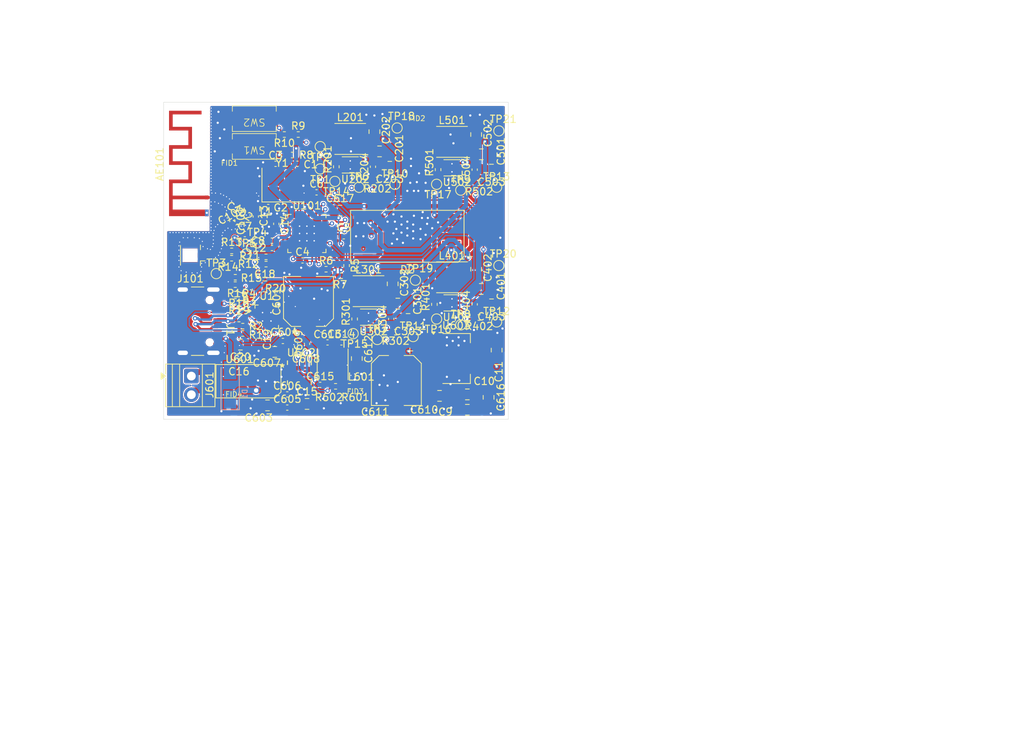
<source format=kicad_pcb>
(kicad_pcb (version 20241229) (generator "pcbnew") (generator_version "9.0")
  (layers (0 "F.Cu" signal) (4 "In1.Cu" signal) (6 "In2.Cu" signal) (2 "B.Cu" signal) (13 "F.Paste" user) (15 "B.Paste" user) (5 "F.SilkS" user "F.Silkscreen") (7 "B.SilkS" user "B.Silkscreen") (1 "F.Mask" user) (3 "B.Mask" user) (25 "Edge.Cuts" user))
  (net 0 "")
  (net 1 "Net-(C102-Pad2)")
  (net 2 "GND")
  (net 3 "Net-(AE101-A)")
  (net 4 "Net-(U101-XTAL_N)")
  (net 5 "Net-(U101-XTAL_P)")
  (net 6 "/ESP_CHIP_PU")
  (net 7 "/GPIO8")
  (net 8 "+3V3")
  (net 9 "/LedDriverRed/LED+")
  (net 10 "+5V")
  (net 11 "/LedDriverGreen/LED+")
  (net 12 "/LedDriverBlue/LED+")
  (net 13 "/LedDriverWhite/LED+")
  (net 14 "/Vbus")
  (net 15 "Net-(U602-VCC)")
  (net 16 "Net-(U602-BS)")
  (net 17 "Net-(U602-LX)")
  (net 18 "Net-(D1-A)")
  (net 19 "/LedDriverBlue/LED-")
  (net 20 "/LedDriverWhite/LED-")
  (net 21 "/LedDriverRed/LED-")
  (net 22 "/LedDriverGreen/LED-")
  (net 23 "Net-(J1-CC1)")
  (net 24 "/USB_D-")
  (net 25 "Net-(J1-CC2)")
  (net 26 "/USB_D+")
  (net 29 "Net-(J101-In)")
  (net 30 "Net-(J601-Pin_1)")
  (net 31 "Net-(J601-Pin_2)")
  (net 32 "Net-(U202-SW)")
  (net 33 "Net-(U302-SW)")
  (net 34 "Net-(U402-SW)")
  (net 35 "Net-(U502-SW)")
  (net 36 "/GPIO9")
  (net 37 "/ADC1_CH0")
  (net 38 "/ADC1_CH1")
  (net 39 "/ADC1_CH2")
  (net 40 "/ENR")
  (net 41 "/ENG")
  (net 42 "/ENB")
  (net 43 "/ENW")
  (net 44 "Net-(U602-FB)")
  (net 45 "Net-(U101-UORXD)")
  (net 46 "Net-(U101-UOTXD)")
  (net 47 "/PWMR")
  (net 48 "/PWMG")
  (net 49 "/PWMB")
  (net 50 "/PWMW")
  (net 54 "Net-(U101-ANT)")
  (net 56 "/GPIO15")
  (net 59 "Net-(U1-VDD)")
  (net 60 "Net-(U1-DN)")
  (net 61 "Net-(U1-DP)")
  (net 62 "Net-(U1-DRV)")
  (footprint "Inductor_SMD:L_APV_ANR4020" (layer "F.Cu") (at 144.5 62.4)
    (property "Reference" "L401")
    (property "Value" "2.2u")
  )
  (footprint "Capacitor_SMD:C_0402_1005Metric" (layer "F.Cu") (at 124.7 71.5 90)
    (property "Reference" "C609")
    (property "Value" "100nF 25V")
  )
  (footprint "TerminalBlock:TerminalBlock_Xinya_XY308-2.54-2P_1x02_P2.54mm_Horizontal" (layer "F.Cu") (at 108.9 75.9 -90)
    (property "Reference" "J601")
    (property "Value" "Screw_Terminal_01x02")
  )
  (footprint "Resistor_SMD:R_0402_1005Metric" (layer "F.Cu") (at 120.4 65.1)
    (property "Reference" "R20")
    (property "Value" "N.C.")
  )
  (footprint "Capacitor_SMD:C_0402_1005Metric" (layer "F.Cu") (at 129.4 71.3)
    (property "Reference" "C614")
    (property "Value" "100nF 25V")
  )
  (footprint "Capacitor_SMD:C_0805_2012Metric" (layer "F.Cu") (at 138.5 68.1 180)
    (property "Reference" "C303")
    (property "Value" "10uF 25V")
  )
  (footprint "Capacitor_SMD:C_0402_1005Metric" (layer "F.Cu") (at 118.1 70.9 -90)
    (property "Reference" "C19")
    (property "Value" "100nF 25V")
  )
  (footprint "Capacitor_SMD:C_0805_2012Metric" (layer "F.Cu") (at 131.5 73.5 -90)
    (property "Reference" "C612")
    (property "Value" "10uF 25V")
  )
  (footprint "Resistor_SMD:R_0402_1005Metric" (layer "F.Cu") (at 115.4 68.1)
    (property "Reference" "R19")
    (property "Value" "0R")
  )
  (footprint "1CustomFootprints:QR4xLED" (layer "F.Cu") (at 138.4 56.8 90)
    (property "Reference" "D2")
    (property "Value" "LED_RGBW")
  )
  (footprint "Capacitor_SMD:C_0402_1005Metric" (layer "F.Cu") (at 147.6 47.7 90)
    (property "Reference" "C504")
    (property "Value" "100nF 25V")
  )
  (footprint "Package_DFN_QFN:QFN-32-1EP_5x5mm_P0.5mm_EP3.65x3.65mm_ThermalVias" (layer "F.Cu") (at 124.68 56.42)
    (property "Reference" "U101")
    (property "Value" "ESP32-C6FHx")
  )
  (footprint "Capacitor_SMD:C_0402_1005Metric" (layer "F.Cu") (at 120.5 55.1 -90)
    (property "Reference" "C14")
    (property "Value" "C")
  )
  (footprint "Capacitor_SMD:C_0402_1005Metric" (layer "F.Cu") (at 126.5 77.1)
    (property "Reference" "C615")
    (property "Value" "100nF 25V")
  )
  (footprint "Package_SON:WSON-6-1EP_2x2mm_P0.65mm_EP1x1.6mm_ThermalVias" (layer "F.Cu") (at 133.1 67.85 180)
    (property "Reference" "U302")
    (property "Value" "TPS92201")
  )
  (footprint "Resistor_SMD:R_0402_1005Metric" (layer "F.Cu") (at 114.41 58.8 180)
    (property "Reference" "R13")
    (property "Value" "68K")
  )
  (footprint "TestPoint:TestPoint_Pad_D1.0mm" (layer "F.Cu") (at 131 70.1)
    (property "Reference" "TP15")
    (property "Value" "TestPoint")
  )
  (footprint "Resistor_SMD:R_0402_1005Metric" (layer "F.Cu") (at 115.923995 70.076394 180)
    (property "Reference" "R1")
    (property "Value" "10K")
  )
  (footprint "Crystal:Crystal_SMD_3225-4Pin_3.2x2.5mm_HandSoldering" (layer "F.Cu") (at 121.3 49.8)
    (property "Reference" "Y1")
    (property "Value" "40MHz")
  )
  (footprint "TestPoint:TestPoint_Pad_D1.0mm" (layer "F.Cu") (at 126.5 44.55 180)
    (property "Reference" "TP2")
    (property "Value" "TestPoint")
  )
  (footprint "Capacitor_SMD:C_0805_2012Metric" (layer "F.Cu") (at 118.933005 63.639666)
    (property "Reference" "C18")
    (property "Value" "10uF 25V")
  )
  (footprint "1CustomFootprints:MFB" (layer "F.Cu") (at 116.7 76.6 90)
    (property "Reference" "U601")
    (property "Value" "MB34F")
  )
  (footprint "Package_SON:WSON-6-1EP_2x2mm_P0.65mm_EP1x1.6mm_ThermalVias" (layer "F.Cu") (at 144.5 65.9 180)
    (property "Reference" "U402")
    (property "Value" "TPS92201")
  )
  (footprint "Resistor_SMD:R_0402_1005Metric" (layer "F.Cu") (at 114.9 62.4 180)
    (property "Reference" "R15")
    (property "Value" "68K")
  )
  (footprint "Inductor_SMD:L_APV_ANR4020" (layer "F.Cu") (at 144.5 43.9)
    (property "Reference" "L501")
    (property "Value" "2.2u")
  )
  (footprint "Inductor_SMD:L_APV_ANR4020" (layer "F.Cu") (at 133.1 64.3)
    (property "Reference" "L301")
    (property "Value" "2.2u")
  )
  (footprint "Capacitor_SMD:C_0402_1005Metric" (layer "F.Cu") (at 133.705 47.305 90)
    (property "Reference" "C204")
    (property "Value" "100nF 25V")
  )
  (footprint "Capacitor_SMD:C_0805_2012Metric" (layer "F.Cu") (at 134.605 45.205)
    (property "Reference" "C201")
    (property "Value" "10uF 25V")
  )
  (footprint "TestPoint:TestPoint_Pad_D1.0mm" (layer "F.Cu") (at 139.5 62.8)
    (property "Reference" "TP19")
    (property "Value" "TestPoint")
  )
  (footprint "Capacitor_SMD:CP_Elec_6.3x5.4" (layer "F.Cu") (at 124.9 65.7 90)
    (property "Reference" "C601")
    (property "Value" "68uF 25V")
  )
  (footprint "Resistor_SMD:R_0402_1005Metric" (layer "F.Cu") (at 119.1 60.6 180)
    (property "Reference" "R12")
    (property "Value" "68K")
  )
  (footprint "TestPoint:TestPoint_Pad_D1.0mm" (layer "F.Cu") (at 145.7 68.9)
    (property "Reference" "TP8")
    (property "Value" "TestPoint")
  )
  (footprint "Resistor_SMD:R_0402_1005Metric" (layer "F.Cu") (at 123.5 42.9)
    (property "Reference" "R9")
    (property "Value" "10K")
  )
  (footprint "Capacitor_SMD:C_0805_2012Metric" (layer "F.Cu") (at 124.7 79.7)
    (property "Reference" "C15")
    (property "Value" "10uF 25V")
  )
  (footprint "Resistor_SMD:R_0402_1005Metric" (layer "F.Cu") (at 130.1 60.8 -90)
    (property "Reference" "R5")
    (property "Value" "1K2")
  )
  (footprint "TestPoint:TestPoint_Pad_D1.0mm" (layer "F.Cu") (at 116.4 59.2)
    (property "Reference" "TP5")
    (property "Value" "TestPoint")
  )
  (footprint "Capacitor_SMD:C_0402_1005Metric" (layer "F.Cu") (at 117.7 54.1 90)
    (property "Reference" "C13")
    (property "Value" "C")
  )
  (footprint "Capacitor_SMD:C_0805_2012Metric" (layer "F.Cu") (at 147.8 61.3 90)
    (property "Reference" "C402")
    (property "Value" "10uF 25V")
  )
  (footprint "RF_Antenna:Texas_SWRA117D_2.4GHz_Right" (layer "F.Cu") (at 111 51.5 90)
    (property "Reference" "AE101")
    (property "Value" "Antenna_Shield")
  )
  (footprint "Capacitor_SMD:C_0805_2012Metric" (layer "F.Cu") (at 150.6 72.35 90)
    (property "Reference" "C11")
    (property "Value" "10uF 25V")
  )
  (footprint "Inductor_SMD:L_APV_ANR4020" (layer "F.Cu") (at 130.6 43.5)
    (property "Reference" "L201")
    (property "Value" "2.2u")
  )
  (footprint "Resistor_SMD:R_0402_1005Metric" (layer "F.Cu") (at 128.705 47.305 90)
    (property "Reference" "R201")
    (property "Value" "100m")
  )
  (footprint "VE_misc:FIDUCIAL_Diameter_1mm" (layer "F.Cu") (at 139.7 42.4)
    (property "Reference" "FID2")
    (property "Value" "Fiducial" (hide yes))
  )
  (footprint "VE_misc:FIDUCIAL_Diameter_1mm" (layer "F.Cu") (at 114.7 80.1)
    (property "Reference" "FID4")
    (property "Value" "Fiducial" (hide yes))
  )
  (footprint "Resistor_SMD:R_0402_1005Metric" (layer "F.Cu") (at 148.2 67.9)
    (property "Reference" "R402")
    (property "Value" "10K")
  )
  (footprint "Capacitor_SMD:C_0402_1005Metric" (layer "F.Cu") (at 147.6 66.1 90)
    (property "Reference" "C404")
    (property "Value" "100nF 25V")
  )
  (footprint "Package_SON:WSON-6-1EP_2x2mm_P0.65mm_EP1x1.6mm_ThermalVias" (layer "F.Cu") (at 130.605 47.055 180)
    (property "Reference" "U202")
    (property "Value" "TPS92201")
  )
  (footprint "TestPoint:TestPoint_Pad_D1.0mm" (layer "F.Cu") (at 150.9 60.8)
    (property "Reference" "TP20")
    (property "Value" "TestPoint")
  )
  (footprint "Capacitor_SMD:C_0402_1005Metric" (layer "F.Cu") (at 114.9 54.4 -30)
    (property "Reference" "C102")
    (property "Value" "C")
  )
  (footprint "Resistor_SMD:R_0402_1005Metric" (layer "F.Cu") (at 134.305 49.105)
    (property "Reference" "R202")
    (property "Value" "10K")
  )
  (footprint "TestPoint:TestPoint_Pad_D1.0mm" (layer "F.Cu") (at 150.9 42.4)
    (property "Reference" "TP21")
    (property "Value" "TestPoint")
  )
  (footprint "Inductor_SMD:L_APV_ANR4012" (layer "F.Cu") (at 128.2 74.3 90)
    (property "Reference" "L601")
    (property "Value" "1.2uH")
  )
  (footprint "Capacitor_SMD:C_0805_2012Metric" (layer "F.Cu") (at 120.3 72.6 180)
    (property "Reference" "C607")
    (property "Value" "10uF 25V")
  )
  (footprint "Capacitor_SMD:C_0402_1005Metric" (layer "F.Cu") (at 119.9 58.4 180)
    (property "Reference" "C12")
    (property "Value" "100nF 25V")
  )
  (footprint "Capacitor_SMD:C_0805_2012Metric" (layer "F.Cu") (at 136.005 47.305 180)
    (property "Reference" "C203")
    (property "Value" "10uF 25V")
  )
  (footprint "Package_TO_SOT_SMD:SOT-223" (layer "F.Cu") (at 145.1 73.5)
    (property "Reference" "U603")
    (property "Value" "XBL1117")
  )
  (footprint "Capacitor_SMD:C_0402_1005Metric" (layer "F.Cu") (at 127.5 71.3 180)
    (property "Reference" "C613")
    (property "Value" "100nF 25V")
  )
  (footprint "Resistor_SMD:R_0402_1005Metric" (layer "F.Cu") (at 119.1 59.61)
    (property "Reference" "R11")
    (property "Value" "10K")
  )
  (footprint "Capacitor_SMD:C_0805_2012Metric" (layer "F.Cu") (at 142.8 78.6)
    (property "Reference" "C610")
    (property "Value" "10uF 25V")
  )
  (footprint "Resistor_SMD:R_0402_1005Metric" (layer "F.Cu") (at 129.4 62.2 180)
    (property "Reference" "R7")
    (property "Value" "10K")
  )
  (footprint "Capacitor_SMD:C_0402_1005Metric" (layer "F.Cu") (at 121.4 71.1 180)
    (property "Reference" "C604")
    (property "Value" "100nF 25V")
  )
  (footprint "Resistor_SMD:R_0402_1005Metric" (layer "F.Cu") (at 130.5 77.3 180)
    (property "Reference" "R601")
    (property "Value" "68K")
  )
  (footprint "Capacitor_SMD:CP_Elec_6.3x5.4" (layer "F.Cu") (at 136.9 76.5 -90)
    (property "Reference" "C611")
    (property "Value" "68uF 25V")
  )
  (footprint "Resistor_SMD:R_0402_1005Metric" (layer "F.Cu") (at 142.1 66.1 90)
    (property "Reference" "R401")
    (property "Value" "100m")
  )
  (footprint "Capacitor_SMD:C_0402_1005Metric" (layer "F.Cu") (at 119.4 52.8)
    (property "Reference" "C2")
    (property "Value" "18pF 50V")
  )
  (footprint "Resistor_SMD:R_0402_1005Metric" (layer "F.Cu") (at 114.4 59.8)
    (property "Reference" "R14")
    (property "Value" "10K")
  )
  (footprint "Resistor_SMD:R_0402_1005Metric" (layer "F.Cu") (at 127.3 61.3)
    (property "Reference" "R6")
    (property "Value" "10K")
  )
  (footprint "Capacitor_SMD:C_0402_1005Metric" (layer "F.Cu") (at 136.2 68.1 90)
    (property "Reference" "C304")
    (property "Value" "100nF 25V")
  )
  (footprint "Connector_Coaxial:U.FL_Hirose_U.FL-R-SMT-1_Vertical" (layer "F.Cu") (at 109.25 59.4 180)
    (property "Reference" "J101")
    (property "Value" "Conn_Coaxial")
  )
  (footprint "Capacitor_SMD:C_0402_1005Metric" (layer "F.Cu") (at 116.9 65.6 90)
    (property "Reference" "C17")
    (property "Value" "100nF 25V")
  )
  (footprint "Capacitor_SMD:C_0402_1005Metric" (layer "F.Cu") (at 129.72 56.8)
    (property "Reference" "C5")
    (property "Value" "100nF 25V")
  )
  (footprint "TestPoint:TestPoint_Pad_D1.0mm" (layer "F.Cu") (at 139.2 70.5)
    (property "Reference" "TP11")
    (property "Value" "TestPoint")
  )
  (footprint "TestPoint:TestPoint_Pad_D1.0mm" (layer "F.Cu") (at 128.505 49.305)
    (property "Reference" "TP14")
    (property "Value" "TestPoint")
  )
  (footprint "Resistor_SMD:R_0402_1005Metric" (layer "F.Cu") (at 148.2 49.5)
    (property "Reference" "R502")
    (property "Value" "10K")
  )
  (footprint "Capacitor_SMD:C_0805_2012Metric" (layer "F.Cu") (at 129.2 53.3)
    (property "Reference" "C617")
    (property "Value" "10uF 25V")
  )
  (footprint "Resistor_SMD:R_0402_1005Metric" (layer "F.Cu") (at 114.89 63.4)
    (property "Reference" "R16")
    (property "Value" "10K")
  )
  (footprint "Capacitor_SMD:C_0805_2012Metric" (layer "F.Cu") (at 119.3 79.9 180)
    (property "Reference" "C603")
    (property "Value" "10uF 25V")
  )
  (footprint "1CustomFootprints:TS1101A26025" (layer "F.Cu") (at 117.495 40.73 180)
    (property "Reference" "SW2")
    (property "Value" "SW_SPST")
  )
  (footprint "TestPoint:TestPoint_Pad_D1.0mm" (layer "F.Cu") (at 142.4 68.1)
    (property "Reference" "TP16")
    (property "Value" "TestPoint")
  )
  (footprint "Resistor_SMD:R_0402_1005Metric" (layer "F.Cu") (at 131.2 68.1 90)
    (property "Reference" "R301")
    (property "Value" "100m")
  )
  (footprint "TestPoint:TestPoint_Pad_D1.0mm" (layer "F.Cu") (at 126.5 47.6 180)
    (property "Reference" "TP1")
    (property "Value" "TestPoint")
  )
  (footprint "Capacitor_SMD:C_0402_1005Metric" (layer "F.Cu") (at 126 50.8)
    (property "Reference" "C6")
    (property "Value" "100nF 25V")
  )
  (footprint "TestPoint:TestPoint_Pad_D1.0mm" (layer "F.Cu") (at 137.005 42.005)
    (property "Reference" "TP18")
    (property "Value" "TestPoint")
  )
  (footprint "Resistor_SMD:R_0402_1005Metric" (layer "F.Cu") (at 128.6 77.3)
    (property "Reference" "R602")
    (property "Value" "8.2K")
  )
  (footprint "Capacitor_SMD:C_0805_2012Metric" (layer "F.Cu") (at 133.905 42.505 90)
    (property "Reference" "C202")
    (property "Value" "10uF 25V")
  )
  (footprint "Capacitor_SMD:C_0402_1005Metric" (layer "F.Cu") (at 122 78.4)
    (property "Reference" "C606")
    (property "Value" "100nF 25V")
  )
  (footprint "Capacitor_SMD:C_0402_1005Metric" (layer "F.Cu") (at 116.2 56.5)
    (property "Reference" "C7")
    (property "Value" "100nF 25V")
  )
  (footprint "1CustomFootprints:TS1101A26025" (layer "F.Cu") (at 117.495 44.53 180)
    (property "Reference" "SW1")
    (property "Value" "SW_SPST")
  )
  (footprint "Capacitor_SMD:C_0805_2012Metric" (layer "F.Cu") (at 148.5 64)
    (property "Reference" "C401")
    (property "Value" "10uF 25V")
  )
  (footprint "Capacitor_SMD:C_0402_1005Metric" (layer "F.Cu") (at 123.3 72.4 180)
    (property "Reference" "C608")
    (property "Value" "100nF 25V")
  )
  (footprint "Capacitor_SMD:C_0805_2012Metric" (layer "F.Cu") (at 149.9 66.1 180)
    (property "Reference" "C403")
    (property "Value" "10uF 25V")
  )
  (footprint "TestPoint:TestPoint_Pad_D1.0mm" (layer "F.Cu") (at 117.9 57.7)
    (property "Reference" "TP4")
    (property "Value" "TestPoint")
  )
  (footprint "Resistor_SMD:R_0402_1005Metric" (layer "F.Cu") (at 136.8 69.9)
    (property "Reference" "R302")
    (property "Value" "10K")
  )
  (footprint "TestPoint:TestPoint_Pad_D1.0mm" (layer "F.Cu") (at 150.6 68.5)
    (property "Reference" "TP12")
    (property "Value" "TestPoint")
  )
  (footprint "Capacitor_SMD:C_0805_2012Metric" (layer "F.Cu") (at 136.4 63.3 90)
    (property "Reference" "C302")
    (property "Value" "10uF 25V")
  )
  (footprint "Resistor_SMD:R_0402_1005Metric" (layer "F.Cu") (at 115.4 67.1)
    (property "Reference" "R18")
    (property "Value" "0R")
  )
  (footprint "Package_DFN_QFN:QFN-20-1EP_3x3mm_P0.4mm_EP1.65x1.65mm_ThermalVias" (layer "F.Cu") (at 119.2 67.8)
    (property "Reference" "U1")
    (property "Value" "CH224D")
  )
  (footprint "TestPoint:TestPoint_Pad_D1.0mm" (layer "F.Cu") (at 134.3 70.9)
    (property "Reference" "TP7")
    (property "Value" "TestPoint")
  )
  (footprint "Capacitor_SMD:C_0805_2012Metric" (layer "F.Cu") (at 149.9 47.7 180)
    (property "Reference" "C503")
    (property "Value" "10uF 25V")
  )
  (footprint "Capacitor_SMD:C_0402_1005Metric" (layer "F.Cu") (at 114.5 54.7 -90)
    (property "Reference" "C101")
    (property "Value" "C")
  )
  (footprint "Resistor_SMD:R_0402_1005Metric" (layer "F.Cu") (at 121.6 42.9 180)
    (property "Reference" "R10")
    (property "Value" "10K")
  )
  (footprint "Capacitor_SMD:C_0402_1005Metric" (layer "F.Cu") (at 114.9 54.9 30)
    (property "Reference" "C103")
    (property "Value" "C")
  )
  (footprint "Capacitor_SMD:C_0805_2012Metric" (layer "F.Cu") (at 148.5 45.6)
    (property "Reference" "C501")
    (property "Value" "10uF 25V")
  )
  (footprint "TestPoint:TestPoint_Pad_D1.0mm" (layer "F.Cu") (at 142.4 49.7)
    (property "Reference" "TP17")
    (property "Value" "TestPoint")
  )
  (footprint "Capacitor_SMD:C_0402_1005Metric" (layer "F.Cu") (at 122 80.2)
    (property "Reference" "C605")
    (property "Value" "100nF 25V")
  )
  (footprint "VE_misc:FIDUCIAL_Diameter_1mm" (layer "F.Cu") (at 114.1 48.5)
    (property "Reference" "FID1")
    (property "Value" "Fiducial" (hide yes))
  )
  (footprint "TestPoint:TestPoint_Pad_D1.0mm" (layer "F.Cu") (at 131.805 50.105)
    (property "Reference" "TP6")
    (property "Value" "TestPoint")
  )
  (footprint "Capacitor_SMD:C_0805_2012Metric" (layer "F.Cu") (at 115.4 73.6 180)
    (property "Reference" "C16")
    (property "Value" "10uF 25V")
  )
  (footprint "Capacitor_SMD:C_0402_1005Metric" (layer "F.Cu") (at 123.4 46.9 180)
    (property "Reference" "C1")
    (property "Value" "18pF 50V")
  )
  (footprint "TestPoint:TestPoint_Pad_D1.0mm" (layer "F.Cu") (at 136.705 49.705)
    (property "Reference" "TP10")
    (property "Value" "TestPoint")
  )
  (footprint "Resistor_SMD:R_0402_1005Metric" (layer "F.Cu") (at 115.923995 69.076394 180)
    (property "Reference" "R2")
    (property "Value" "10K")
  )
  (footprint "Capacitor_SMD:C_0805_2012Metric" (layer "F.Cu") (at 147.8 42.9 90)
    (property "Reference" "C502")
    (property "Value" "10uF 25V")
  )
  (footprint "VE_misc:FIDUCIAL_Diameter_1mm" (layer "F.Cu") (at 131.3 79.7)
    (property "Reference" "FID3")
    (property "Value" "Fiducial" (hide yes))
  )
  (footprint "Capacitor_SMD:C_0805_2012Metric" (layer "F.Cu") (at 146.6 80.5 180)
    (property "Reference" "C9")
    (property "Value" "10uF 25V")
  )
  (footprint "Resistor_SMD:R_0402_1005Metric" (layer "F.Cu") (at 114.89 64.7 180)
    (property "Reference" "R4")
    (property "Value" "10K")
  )
  (footprint "TestPoint:TestPoint_Pad_D1.0mm" (layer "F.Cu") (at 145.7 50.5)
    (property "Reference" "TP9")
    (property "Value" "TestPoint")
  )
  (footprint "Capacitor_SMD:C_0402_1005Metric" (layer "F.Cu") (at 119.9 57.4 180)
    (property "Reference" "C8")
    (property "Value" "100nF 25V")
  )
  (footprint "Resistor_SMD:R_0402_1005Metric" (layer "F.Cu") (at 142.6 47.7 90)
    (property "Reference" "R501")
    (property "Value" "100m")
  )
  (footprint "Package_SON:WSON-6-1EP_2x2mm_P0.65mm_EP1x1.6mm_ThermalVias" (layer "F.Cu") (at 144.5 47.45 180)
    (property "Reference" "U502")
    (property "Value" "TPS92201")
  )
  (footprint "Capacitor_SMD:C_0805_2012Metric" (layer "F.Cu") (at 149.5 78.8 -90)
    (property "Reference" "C616")
    (property "Value" "10uF 25V")
  )
  (footprint "TestPoint:TestPoint_Pad_D1.0mm" (layer "F.Cu") (at 150.6 50.1)
    (property "Reference" "TP13")
    (property "Value" "TestPoint")
  )
  (footprint "Capacitor_SMD:C_0805_2012Metric" (layer "F.Cu") (at 146.6 78.4 180)
    (property "Reference" "C10")
    (property "Value" "10uF 25V")
  )
  (footprint "Capacitor_SMD:C_0805_2012Metric" (layer "F.Cu") (at 137.1 66)
    (property "Reference" "C301")
    (property "Value" "10uF 25V")
  )
  (footprint "TestPoint:TestPoint_Pad_D1.0mm" (layer "F.Cu") (at 112.3 61.9)
    (property "Reference" "TP3")
    (property "Value" "TestPoint")
  )
  (footprint "1CustomFootprints:QFN3X3-12_SGY" (layer "F.Cu") (at 123.65065 75.449075)
    (property "Reference" "U602")
    (property "Value" "SY8366H")
  )
  (footprint "Capacitor_SMD:C_0402_1005Metric" (layer "F.Cu") (at 124.08 60.1)
    (property "Reference" "C4")
    (property "Value" "100nF 25V")
  )
  (footprint "Resistor_SMD:R_0402_1005Metric" (layer "F.Cu") (at 122.7 45.7 180)
    (property "Reference" "R8")
    (property "Value" "10K")
  )
  (footprint "Inductor_SMD:L_0402_1005Metric" (layer "F.Cu") (at 119.1 54.6)
    (property "Reference" "L1")
    (property "Value" "L")
  )
  (footprint "Connector_USB:USB_C_Receptacle_GCT_USB4105-xx-A_16P_TopMnt_Horizontal" (layer "F.Cu") (at 108.8 68.4 -90)
    (property "Reference" "J1")
    (property "Value" "USB_C_Receptacle_USB2.0_16P")
  )
  (footprint "Resistor_SMD:R_0402_1005Metric" (layer "F.Cu") (at 114.89 65.7 180)
    (property "Reference" "R3")
    (property "Value" "10K")
  )
  (footprint "Capacitor_SMD:C_0805_2012Metric" (layer "F.Cu") (at 115.6 71.6 180)
    (property "Reference" "C20")
    (property "Value" "10uF 25V")
  )
  (footprint "Capacitor_SMD:C_0402_1005Metric" (layer "F.Cu") (at 120.4 46.9)
    (property "Reference" "C3")
    (property "Value" "100nF 25V")
  )
  (footprint "VE_diodes:SMA" (layer "B.Cu") (at 114.2 77.1 90)
    (property "Reference" "D1")
    (property "Value" "SS34")
  )
  (gr_rect (start 105.1 38.5) (end 152.2 81.8) (stroke (width 0.05)) (fill no) (layer "Edge.Cuts"))
  (segment (start 118.615 54.6) (end 118.595 54.62) (width 0.3493) (layer "F.Cu") (net 1))
  (segment (start 115.375692 54.6) (end 115.315692 54.66) (width 0.3493) (layer "F.Cu") (net 1))
  (segment (start 118.615 54.6) (end 115.375692 54.6) (width 0.3493) (layer "F.Cu") (net 1))
  (segment (start 130.871 76.729) (end 131.2 76.4) (width 0.2) (layer "F.Cu") (net 2))
  (segment (start 120.5 55.58) (end 120.5 56.4) (width 0.1) (layer "F.Cu") (net 2))
  (segment (start 129.11 77.3) (end 129.681 76.729) (width 0.2) (layer "F.Cu") (net 2))
  (segment (start 129.681 76.729) (end 130.871 76.729) (width 0.2) (layer "F.Cu") (net 2))
  (via (at 121.2 75) (size 0.6) (drill 0.3) (layers "F.Cu" "B.Cu") (net 2))
  (via (at 115.5 61.4) (size 0.6) (drill 0.3) (layers "F.Cu" "B.Cu") (net 2))
  (via (at 146.2 71.1) (size 0.6) (drill 0.3) (layers "F.Cu" "B.Cu") (net 2))
  (via (at 126.7 64) (size 0.6) (drill 0.3) (layers "F.Cu" "B.Cu") (net 2))
  (via (at 113.2 56.3) (size 0.3) (drill 0.15) (layers "F.Cu" "B.Cu") (net 2))
  (via (at 120.9 53) (size 0.6) (drill 0.3) (layers "F.Cu" "B.Cu") (net 2))
  (via (at 111.9 56.4) (size 0.3) (drill 0.15) (layers "F.Cu" "B.Cu") (net 2))
  (via (at 137.6 56.3) (size 0.6) (drill 0.3) (layers "F.Cu" "B.Cu") (net 2))
  (via (at 106.8 56.3) (size 0.3) (drill 0.15) (layers "F.Cu" "B.Cu") (net 2))
  (via (at 141.2 54.3) (size 0.6) (drill 0.3) (layers "F.Cu" "B.Cu") (net 2))
  (via (at 120.3 76.7) (size 0.6) (drill 0.3) (layers "F.Cu" "B.Cu") (net 2))
  (via (at 140.5 53.5) (size 0.6) (drill 0.3) (layers "F.Cu" "B.Cu") (net 2))
  (via (at 111.6 41.3) (size 0.3) (drill 0.15) (layers "F.Cu" "B.Cu") (net 2))
  (via (at 110.5 56.3) (size 0.3) (drill 0.15) (layers "F.Cu" "B.Cu") (net 2))
  (via (at 113.5 71.8) (size 0.3) (drill 0.15) (layers "F.Cu" "B.Cu") (net 2))
  (via (at 115.5 72.6) (size 0.3) (drill 0.15) (layers "F.Cu" "B.Cu") (net 2))
  (via (at 147.5 69.6) (size 0.6) (drill 0.3) (layers "F.Cu" "B.Cu") (net 2))
  (via (at 138.4 54.8) (size 0.6) (drill 0.3) (layers "F.Cu" "B.Cu") (net 2))
  (via (at 138 62) (size 0.6) (drill 0.3) (layers "F.Cu" "B.Cu") (net 2))
  (via (at 112 56) (size 0.3) (drill 0.15) (layers "F.Cu" "B.Cu") (net 2))
  (via (at 118.7 57.4) (size 0.3) (drill 0.15) (layers "F.Cu" "B.Cu") (net 2))
  (via (at 107.2 60.1) (size 0.3) (drill 0.15) (layers "F.Cu" "B.Cu") (net 2))
  (via (at 151.1 80) (size 0.6) (drill 0.3) (layers "F.Cu" "B.Cu") (net 2))
  (via (at 113.5 52.8) (size 0.3) (drill 0.15) (layers "F.Cu" "B.Cu") (net 2))
  (via (at 139.2 56.1) (size 0.6) (drill 0.3) (layers "F.Cu" "B.Cu") (net 2))
  (via (at 136.9 55.8) (size 0.6) (drill 0.3) (layers "F.Cu" "B.Cu") (net 2))
  (via (at 135 40.1) (size 0.6) (drill 0.3) (layers "F.Cu" "B.Cu") (net 2))
  (via (at 117.8 81) (size 0.6) (drill 0.3) (layers "F.Cu" "B.Cu") (net 2))
  (via (at 149.3 42.5) (size 0.6) (drill 0.3) (layers "F.Cu" "B.Cu") (net 2))
  (via (at 118.7 46.7) (size 0.6) (drill 0.3) (layers "F.Cu" "B.Cu") (net 2))
  (via (at 122.9 71.6) (size 0.3) (drill 0.15) (layers "F.Cu" "B.Cu") (net 2))
  (via (at 113.3 46.4) (size 0.6) (drill 0.3) (layers "F.Cu" "B.Cu") (net 2))
  (via (at 111.6 43.7) (size 0.3) (drill 0.15) (layers "F.Cu" "B.Cu") (net 2))
  (via (at 138.4 55.7) (size 0.6) (drill 0.3) (layers "F.Cu" "B.Cu") (net 2))
  (via (at 113.7 53.3) (size 0.3) (drill 0.15) (layers "F.Cu" "B.Cu") (net 2))
  (via (at 111.6 44.5) (size 0.3) (drill 0.15) (layers "F.Cu" "B.Cu") (net 2))
  (via (at 113.1 58.1) (size 0.3) (drill 0.15) (layers "F.Cu" "B.Cu") (net 2))
  (via (at 111.6 43.3) (size 0.3) (drill 0.15) (layers "F.Cu" "B.Cu") (net 2))
  (via (at 113.8 54.3) (size 0.3) (drill 0.15) (layers "F.Cu" "B.Cu") (net 2))
  (via (at 141.1 55.1) (size 0.6) (drill 0.3) (layers "F.Cu" "B.Cu") (net 2))
  (via (at 117.7 56.4) (size 0.6) (drill 0.3) (layers "F.Cu" "B.Cu") (net 2))
  (via (at 111.6 54.7) (size 0.3) (drill 0.15) (layers "F.Cu" "B.Cu") (net 2))
  (via (at 114.7 52.4) (size 0.3) (drill 0.15) (layers "F.Cu" "B.Cu") (net 2))
  (via (at 113.4 72.7) (size 0.3) (drill 0.15) (layers "F.Cu" "B.Cu") (net 2))
  (via (at 118 76.5) (size 0.6) (drill 0.3) (layers "F.Cu" "B.Cu") (net 2))
  (via (at 149.9 67.5) (size 0.6) (drill 0.3) (layers "F.Cu" "B.Cu") (net 2))
  (via (at 145.4 71.7) (size 0.6) (drill 0.3) (layers "F.Cu" "B.Cu") (net 2))
  (via (at 132.8 80.6) (size 0.6) (drill 0.3) (layers "F.Cu" "B.Cu") (net 2))
  (via (at 127.8 46.8) (size 0.6) (drill 0.3) (layers "F.Cu" "B.Cu") (net 2))
  (via (at 139.4 66) (size 0.6) (drill 0.3) (layers "F.Cu" "B.Cu") (net 2))
  (via (at 150.7 70) (size 0.6) (drill 0.3) (layers "F.Cu" "B.Cu") (net 2))
  (via (at 115.841182 64.529532) (size 0.3) (drill 0.15) (layers "F.Cu" "B.Cu") (net 2))
  (via (at 115.470201 71.721779) (size 0.3) (drill 0.15) (layers "F.Cu" "B.Cu") (net 2))
  (via (at 111.6 52.6) (size 0.3) (drill 0.15) (layers "F.Cu" "B.Cu") (net 2))
  (via (at 121.2 76) (size 0.6) (drill 0.3) (layers "F.Cu" "B.Cu") (net 2))
  (via (at 111.6 49.7) (size 0.3) (drill 0.15) (layers "F.Cu" "B.Cu") (net 2))
  (via (at 122.3 62) (size 0.6) (drill 0.3) (layers "F.Cu" "B.Cu") (net 2))
  (via (at 111.6 48.9) (size 0.3) (drill 0.15) (layers "F.Cu" "B.Cu") (net 2))
  (via (at 140.7 69.2) (size 0.6) (drill 0.3) (layers "F.Cu" "B.Cu") (net 2))
  (via (at 116 53.9) (size 0.3) (drill 0.15) (layers "F.Cu" "B.Cu") (net 2))
  (via (at 111.6 44.9) (size 0.3) (drill 0.15) (layers "F.Cu" "B.Cu") (net 2))
  (via (at 112.9 54.9) (size 0.3) (drill 0.15) (layers "F.Cu" "B.Cu") (net 2))
  (via (at 120.8 66.1) (size 0.6) (drill 0.3) (layers "F.Cu" "B.Cu") (net 2))
  (via (at 133.9 40.3) (size 0.6) (drill 0.3) (layers "F.Cu" "B.Cu") (net 2))
  (via (at 117.8 50.9) (size 0.3) (drill 0.15) (layers "F.Cu" "B.Cu") (net 2))
  (via (at 115.1 53.4) (size 0.3) (drill 0.15) (layers "F.Cu" "B.Cu") (net 2))
  (via (at 107.5 61.5) (size 0.3) (drill 0.15) (layers "F.Cu" "B.Cu") (net 2))
  (via (at 111.1 58.5) (size 0.3) (drill 0.15) (layers "F.Cu" "B.Cu") (net 2))
  (via (at 111.6 41.7) (size 0.3) (drill 0.15) (layers "F.Cu" "B.Cu") (net 2))
  (via (at 111.6 50.1) (size 0.3) (drill 0.15) (layers "F.Cu" "B.Cu") (net 2))
  (via (at 118.097154 59.702172) (size 0.3) (drill 0.15) (layers "F.Cu" "B.Cu") (net 2))
  (via (at 138.9 69.5) (size 0.6) (drill 0.3) (layers "F.Cu" "B.Cu") (net 2))
  (via (at 137 57.2) (size 0.6) (drill 0.3) (layers "F.Cu" "B.Cu") (net 2))
  (via (at 136.5 56.4) (size 0.6) (drill 0.3) (layers "F.Cu" "B.Cu") (net 2))
  (via (at 134.2 79.6) (size 0.6) (drill 0.3) (layers "F.Cu" "B.Cu") (net 2))
  (via (at 123.3 77.7) (size 0.6) (drill 0.3) (layers "F.Cu" "B.Cu") (net 2))
  (via (at 138.2 48) (size 0.6) (drill 0.3) (layers "F.Cu" "B.Cu") (net 2))
  (via (at 134.6 77.1) (size 0.6) (drill 0.3) (layers "F.Cu" "B.Cu") (net 2))
  (via (at 151.1 57) (size 0.6) (drill 0.3) (layers "F.Cu" "B.Cu") (net 2))
  (via (at 143.1 67.3) (size 0.6) (drill 0.3) (layers "F.Cu" "B.Cu") (net 2))
  (via (at 140.7 68.2) (size 0.6) (drill 0.3) (layers "F.Cu" "B.Cu") (net 2))
  (via (at 111.6 50.5) (size 0.3) (drill 0.15) (layers "F.Cu" "B.Cu") (net 2))
  (via (at 127.8 45.5) (size 0.6) (drill 0.3) (layers "F.Cu" "B.Cu") (net 2))
  (via (at 124.4 47.9) (size 0.6) (drill 0.3) (layers "F.Cu" "B.Cu") (net 2))
  (via (at 111.6 45.7) (size 0.3) (drill 0.15) (layers "F.Cu" "B.Cu") (net 2))
  (via (at 138 63) (size 0.6) (drill 0.3) (layers "F.Cu" "B.Cu") (net 2))
  (via (at 113.1 56.7) (size 0.3) (drill 0.15) (layers "F.Cu" "B.Cu") (net 2))
  (via (at 129.3 79.6) (size 0.6) (drill 0.3) (layers "F.Cu" "B.Cu") (net 2))
  (via (at 138.9 47.2) (size 0.6) (drill 0.3) (layers "F.Cu" "B.Cu") (net 2))
  (via (at 149.8 81) (size 0.6) (drill 0.3) (layers "F.Cu" "B.Cu") (net 2))
  (via (at 113.4 54.6) (size 0.3) (drill 0.15) (layers "F.Cu" "B.Cu") (net 2))
  (via (at 110.3 60.5) (size 0.3) (drill 0.15) (layers "F.Cu" "B.Cu") (net 2))
  (via (at 144.3 42.9) (size 0.6) (drill 0.3) (layers "F.Cu" "B.Cu") (net 2))
  (via (at 110.3 61) (size 0.3) (drill 0.15) (layers "F.Cu" "B.Cu") (net 2))
  (via (at 122.2 65) (size 0.3) (drill 0.15) (layers "F.Cu" "B.Cu") (net 2))
  (via (at 110.2 61.6) (size 0.3) (drill 0.15) (layers "F.Cu" "B.Cu") (net 2))
  (via (at 108.8 56.3) (size 0.3) (drill 0.15) (layers "F.Cu" "B.Cu") (net 2))
  (via (at 133.1 48.3) (size 0.6) (drill 0.3) (layers "F.Cu" "B.Cu") (net 2))
  (via (at 143.8 70.6) (size 0.6) (drill 0.3) (layers "F.Cu" "B.Cu") (net 2))
  (via (at 144.3 77) (size 0.6) (drill 0.3) (layers "F.Cu" "B.Cu") (net 2))
  (via (at 117.1 62.9) (size 0.3) (drill 0.15) (layers "F.Cu" "B.Cu") (net 2))
  (via (at 113 74) (size 0.3) (drill 0.15) (layers "F.Cu" "B.Cu") (net 2))
  (via (at 113.1 52.5) (size 0.3) (drill 0.15) (layers "F.Cu" "B.Cu") (net 2))
  (via (at 120.6 53.7) (size 0.6) (drill 0.3) (layers "F.Cu" "B.Cu") (net 2))
  (via (at 110.5 58.2) (size 0.3) (drill 0.15) (layers "F.Cu" "B.Cu") (net 2))
  (via (at 112.8 59) (size 0.3) (drill 0.15) (layers "F.Cu" "B.Cu") (net 2))
  (via (at 127.3 70.5) (size 0.3) (drill 0.15) (layers "F.Cu" "B.Cu") (net 2))
  (via (at 118 52) (size 0.6) (drill 0.3) (layers "F.Cu" "B.Cu") (net 2))
  (via (at 139.3 50.6) (size 0.6) (drill 0.3) (layers "F.Cu" "B.Cu") (net 2))
  (via (at 135.2 75.8) (size 0.6) (drill 0.3) (layers "F.Cu" "B.Cu") (net 2))
  (via (at 116.3 55.3) (size 0.3) (drill 0.15) (layers "F.Cu" "B.Cu") (net 2))
  (via (at 112.5 41.3) (size 0.6) (drill 0.3) (layers "F.Cu" "B.Cu") (net 2))
  (via (at 110 57.1) (size 0.3) (drill 0.15) (layers "F.Cu" "B.Cu") (net 2))
  (via (at 111.6 47.3) (size 0.3) (drill 0.15) (layers "F.Cu" "B.Cu") (net 2))
  (via (at 140.9 49.5) (size 0.6) (drill 0.3) (layers "F.Cu" "B.Cu") (net 2))
  (via (at 136.405 48.705) (size 0.6) (drill 0.3) (layers "F.Cu" "B.Cu") (net 2))
  (via (at 111.6 46.1) (size 0.3) (drill 0.15) (layers "F.Cu" "B.Cu") (net 2))
  (via (at 117.011122 70.184635) (size 0.3) (drill 0.15) (layers "F.Cu" "B.Cu") (net 2))
  (via (at 130.8 48.9) (size 0.6) (drill 0.3) (layers "F.Cu" "B.Cu") (net 2))
  (via (at 110 56.3) (size 0.3) (drill 0.15) (layers "F.Cu" "B.Cu") (net 2))
  (via (at 137.6 55.2) (size 0.6) (drill 0.3) (layers "F.Cu" "B.Cu") (net 2))
  (via (at 139.2 57.1) (size 0.6) (drill 0.3) (layers "F.Cu" "B.Cu") (net 2))
  (via (at 108.4 57) (size 0.3) (drill 0.15) (layers "F.Cu" "B.Cu") (net 2))
  (via (at 117.30563 69.782587) (size 0.6) (drill 0.3) (layers "F.Cu" "B.Cu") (net 2))
  (via (at 130.7 45.2) (size 0.6) (drill 0.3) (layers "F.Cu" "B.Cu") (net 2))
  (via (at 151.4 69.4) (size 0.6) (drill 0.3) (layers "F.Cu" "B.Cu") (net 2))
  (via (at 124.3 50.9) (size 0.3) (drill 0.15) (layers "F.Cu" "B.Cu") (net 2))
  (via (at 111.6 48.1) (size 0.3) (drill 0.15) (layers "F.Cu" "B.Cu") (net 2))
  (via (at 132.5 55) (size 0.6) (drill 0.3) (layers "F.Cu" "B.Cu") (net 2))
  (via (at 111.6 42.5) (size 0.3) (drill 0.15) (layers "F.Cu" "B.Cu") (net 2))
  (via (at 119.1 76.6) (size 0.6) (drill 0.3) (layers "F.Cu" "B.Cu") (net 2))
  (via (at 111.6 45.3) (size 0.3) (drill 0.15) (layers "F.Cu" "B.Cu") (net 2))
  (via (at 113 58.5) (size 0.3) (drill 0.15) (layers "F.Cu" "B.Cu") (net 2))
  (via (at 110.9 56.3) (size 0.3) (drill 0.15) (layers "F.Cu" "B.Cu") (net 2))
  (via (at 137.4 43.9) (size 0.6) (drill 0.3) (layers "F.Cu" "B.Cu") (net 2))
  (via (at 148.3 40.2) (size 0.6) (drill 0.3) (layers "F.Cu" "B.Cu") (net 2))
  (via (at 108.2 61.7) (size 0.3) (drill 0.15) (layers "F.Cu" "B.Cu") (net 2))
  (via (at 149.5 60.7) (size 0.6) (drill 0.3) (layers "F.Cu" "B.Cu") (net 2))
  (via (at 112.9 51) (size 0.3) (drill 0.15) (layers "F.Cu" "B.Cu") (net 2))
  (via (at 115.7 55.4) (size 0.3) (drill 0.15) (layers "F.Cu" "B.Cu") (net 2))
  (via (at 111.6 40.5) (size 0.3) (drill 0.15) (layers "F.Cu" "B.Cu") (net 2))
  (via (at 111.6 47.7) (size 0.3) (drill 0.15) (layers "F.Cu" "B.Cu") (net 2))
  (via (at 139.7 49.4) (size 0.6) (drill 0.3) (layers "F.Cu" "B.Cu") (net 2))
  (via (at 113.945266 63.008018) (size 0.3) (drill 0.15) (layers "F.Cu" "B.Cu") (net 2))
  (via (at 142.3 80.5) (size 0.6) (drill 0.3) (layers "F.Cu" "B.Cu") (net 2))
  (via (at 121.5 53.7) (size 0.6) (drill 0.3) (layers "F.Cu" "B.Cu") (net 2))
  (via (at 144.6 71.1) (size 0.6) (drill 0.3) (layers "F.Cu" "B.Cu") (net 2))
  (via (at 139.9 50.6) (size 0.6) (drill 0.3) (layers "F.Cu" "B.Cu") (net 2))
  (via (at 121.6 61.8) (size 0.6) (drill 0.3) (layers "F.Cu" "B.Cu") (net 2))
  (via (at 116.8 55.3) (size 0.3) (drill 0.15) (layers "F.Cu" "B.Cu") (net 2))
  (via (at 107.2 58.7) (size 0.3) (drill 0.15) (layers "F.Cu" "B.Cu") (net 2))
  (via (at 141.8 55.7) (size 0.6) (drill 0.3) (layers "F.Cu" "B.Cu") (net 2))
  (via (at 135.7 54.8) (size 0.6) (drill 0.3) (layers "F.Cu" "B.Cu") (net 2))
  (via (at 130.6 71.4) (size 0.3) (drill 0.15) (layers "F.Cu" "B.Cu") (net 2))
  (via (at 112.2 50.9) (size 0.3) (drill 0.15) (layers "F.Cu" "B.Cu") (net 2))
  (via (at 109.2 56.3) (size 0.3) (drill 0.15) (layers "F.Cu" "B.Cu") (net 2))
  (via (at 129.7 70.3) (size 0.3) (drill 0.15) (layers "F.Cu" "B.Cu") (net 2))
  (via (at 112.1 45.2) (size 0.6) (drill 0.3) (layers "F.Cu" "B.Cu") (net 2))
  (via (at 136.5 53.8) (size 0.6) (drill 0.3) (layers "F.Cu" "B.Cu") (net 2))
  (via (at 109.7 61.8) (size 0.3) (drill 0.15) (layers "F.Cu" "B.Cu") (net 2))
  (via (at 116.4 53.9) (size 0.3) (drill 0.15) (layers "F.Cu" "B.Cu") (net 2))
  (via (at 135.4 79.2) (size 0.6) (drill 0.3) (layers "F.Cu" "B.Cu") (net 2))
  (via (at 107.3 57.6) (size 0.3) (drill 0.15) (layers "F.Cu" "B.Cu") (net 2))
  (via (at 145.5 76.5) (size 0.6) (drill 0.3) (layers "F.Cu" "B.Cu") (net 2))
  (via (at 111.6 46.5) (size 0.3) (drill 0.15) (layers "F.Cu" "B.Cu") (net 2))
  (via (at 141.4 46.6) (size 0.6) (drill 0.3) (layers "F.Cu" "B.Cu") (net 2))
  (via (at 107.8 57) (size 0.3) (drill 0.15) (layers "F.Cu" "B.Cu") (net 2))
  (via (at 113.9 55.7) (size 0.3) (drill 0.15) (layers "F.Cu" "B.Cu") (net 2))
  (via (at 140.4 54.3) (size 0.6) (drill 0.3) (layers "F.Cu" "B.Cu") (net 2))
  (via (at 118.783393 57.857475) (size 0.3) (drill 0.15) (layers "F.Cu" "B.Cu") (net 2))
  (via (at 111.6 40.9) (size 0.3) (drill 0.15) (layers "F.Cu" "B.Cu") (net 2))
  (via (at 116.8 57.4) (size 0.6) (drill 0.3) (layers "F.Cu" "B.Cu") (net 2))
  (via (at 135.7 77.2) (size 0.6) (drill 0.3) (layers "F.Cu" "B.Cu") (net 2))
  (via (at 112.2 55.5) (size 0.3) (drill 0.15) (layers "F.Cu" "B.Cu") (net 2))
  (via (at 139.3 54) (size 0.6) (drill 0.3) (layers "F.Cu" "B.Cu") (net 2))
  (via (at 119.5 55.5) (size 0.6) (drill 0.3) (layers "F.Cu" "B.Cu") (net 2))
  (via (at 127 80.3) (size 0.6) (drill 0.3) (layers "F.Cu" "B.Cu") (net 2))
  (via (at 141.8 63.9) (size 0.6) (drill 0.3) (layers "F.Cu" "B.Cu") (net 2))
  (via (at 118.2 48.6) (size 0.6) (drill 0.3) (layers "F.Cu" "B.Cu") (net 2))
  (via (at 138.4 56.7) (size 0.6) (drill 0.3) (layers "F.Cu" "B.Cu") (net 2))
  (via (at 131.6 55) (size 0.6) (drill 0.3) (layers "F.Cu" "B.Cu") (net 2))
  (via (at 135.6 49) (size 0.6) (drill 0.3) (layers "F.Cu" "B.Cu") (net 2))
  (via (at 111.3 60.1) (size 0.3) (drill 0.15) (layers "F.Cu" "B.Cu") (net 2))
  (via (at 138.4 50.6) (size 0.6) (drill 0.3) (layers "F.Cu" "B.Cu") (net 2))
  (via (at 113.1 57.7) (size 0.3) (drill 0.15) (layers "F.Cu" "B.Cu") (net 2))
  (via (at 110.8 60.4) (size 0.3) (drill 0.15) (layers "F.Cu" "B.Cu") (net 2))
  (via (at 111.6 39.3) (size 0.3) (drill 0.15) (layers "F.Cu" "B.Cu") (net 2))
  (via (at 144.1 50.2) (size 0.6) (drill 0.3) (layers "F.Cu" "B.Cu") (net 2))
  (via (at 112.5 55.2) (size 0.3) (drill 0.15) (layers "F.Cu" "B.Cu") (net 2))
  (via (at 111.6 44.1) (size 0.3) (drill 0.15) (layers "F.Cu" "B.Cu") (net 2))
  (via (at 150.8 64.1) (size 0.6) (drill 0.3) (layers "F.Cu" "B.Cu") (net 2))
  (via (at 113.1 57.2) (size 0.3) (drill 0.15) (layers "F.Cu" "B.Cu") (net 2))
  (via (at 117.5 73.1) (size 0.6) (drill 0.3) (layers "F.Cu" "B.Cu") (net 2))
  (via (at 150.6 62.4) (size 0.6) (drill 0.3) (layers "F.Cu" "B.Cu") (net 2))
  (via (at 139 80.4) (size 0.6) (drill 0.3) (layers "F.Cu" "B.Cu") (net 2))
  (via (at 119.3 56.4) (size 0.6) (drill 0.3) (layers "F.Cu" "B.Cu") (net 2))
  (via (at 113.5 56) (size 0.3) (drill 0.15) (layers "F.Cu" "B.Cu") (net 2))
  (via (at 108.4 56.3) (size 0.3) (drill 0.15) (layers "F.Cu" "B.Cu") (net 2))
  (via (at 140 48.2) (size 0.6) (drill 0.3) (layers "F.Cu" "B.Cu") (net 2))
  (via (at 118.9 53.7) (size 0.6) (drill 0.3) (layers "F.Cu" "B.Cu") (net 2))
  (via (at 121.4 77.1) (size 0.6) (drill 0.3) (layers "F.Cu" "B.Cu") (net 2))
  (via (at 137.6 54.1) (size 0.6) (drill 0.3) (layers "F.Cu" "B.Cu") (net 2))
  (via (at 115.4 73.9) (size 0.3) (drill 0.15) (layers "F.Cu" "B.Cu") (net 2))
  (via (at 139.2 55.2) (size 0.6) (drill 0.3) (layers "F.Cu" "B.Cu") (net 2))
  (via (at 144 49.1) (size 0.6) (drill 0.3) (layers "F.Cu" "B.Cu") (net 2))
  (via (at 137.8 57.7) (size 0.6) (drill 0.3) (layers "F.Cu" "B.Cu") (net 2))
  (via (at 113 80.7) (size 0.6) (drill 0.3) (layers "F.Cu" "B.Cu") (net 2))
  (via (at 115.3 55.5) (size 0.3) (drill 0.15) (layers "F.Cu" "B.Cu") (net 2))
  (via (at 109.3 57) (size 0.3) (drill 0.15) (layers "F.Cu" "B.Cu") (net 2))
  (via (at 112.6 39.8) (size 0.6) (drill 0.3) (layers "F.Cu" "B.Cu") (net 2))
  (via (at 127.1 69) (size 0.3) (drill 0.15) (layers "F.Cu" "B.Cu") (net 2))
  (via (at 143.8 71.7) (size 0.6) (drill 0.3) (layers "F.Cu" "B.Cu") (net 2))
  (via (at 109.6 56.3) (size 0.3) (drill 0.15) (layers "F.Cu" "B.Cu") (net 2))
  (via (at 147 40.3) (size 0.6) (drill 0.3) (layers "F.Cu" "B.Cu") (net 2))
  (via (at 144.4 80.2) (size 0.6) (drill 0.3) (layers "F.Cu" "B.Cu") (net 2))
  (via (at 113.8 53.8) (size 0.3) (drill 0.15) (layers "F.Cu" "B.Cu") (net 2))
  (via (at 107.2 59.5) (size 0.3) (drill 0.15) (layers "F.Cu" "B.Cu") (net 2))
  (via (at 111.6 55.1) (size 0.3) (drill 0.15) (layers "F.Cu" "B.Cu") (net 2))
  (via (at 107.2 58.1) (size 0.3) (drill 0.15) (layers "F.Cu" "B.Cu") (net 2))
  (via (at 107.2 56.3) (size 0.3) (drill 0.15) (layers "F.Cu" "B.Cu") (net 2))
  (via (at 114.9 55.8) (size 0.3) (drill 0.15) (layers "F.Cu" "B.Cu") (net 2))
  (via (at 111.6 42.9) (size 0.3) (drill 0.15) (layers "F.Cu" "B.Cu") (net 2))
  (via (at 111.9 57.8) (size 0.3) (drill 0.15) (layers "F.Cu" "B.Cu") (net 2))
  (via (at 112.8 43.4) (size 0.6) (drill 0.3) (layers "F.Cu" "B.Cu") (net 2))
  (via (at 150.7 44.8) (size 0.6) (drill 0.3) (layers "F.Cu" "B.Cu") (net 2))
  (via (at 124.3 77.7) (size 0.6) (drill 0.3) (layers "F.Cu" "B.Cu") (net 2))
  (via (at 111.8 58.2) (size 0.3) (drill 0.15) (layers "F.Cu" "B.Cu") (net 2))
  (via (at 131.4 56.8) (size 0.6) (drill 0.3) (layers "F.Cu" "B.Cu") (net 2))
  (via (at 150.2 59.1) (size 0.6) (drill 0.3) (layers "F.Cu" "B.Cu") (net 2))
  (via (at 126.1 61.9) (size 0.6) (drill 0.3) (layers "F.Cu" "B.Cu") (net 2))
  (via (at 123.7 78.4) (size 0.6) (drill 0.3) (layers "F.Cu" "B.Cu") (net 2))
  (via (at 113.7 51.4) (size 0.3) (drill 0.15) (layers "F.Cu" "B.Cu") (net 2))
  (via (at 111.6 56) (size 0.3) (drill 0.15) (layers "F.Cu" "B.Cu") (net 2))
  (via (at 131.2 75.6) (size 0.3) (drill 0.15) (layers "F.Cu" "B.Cu") (net 2))
  (via (at 144.7 44.1) (size 0.6) (drill 0.3) (layers "F.Cu" "B.Cu") (net 2))
  (via (at 122.3 77.7) (size 0.6) (drill 0.3) (layers "F.Cu" "B.Cu") (net 2))
  (via (at 123.983591 45.516409) (size 0.6) (drill 0.3) (layers "F.Cu" "B.Cu") (net 2))
  (via (at 140.9 50.6) (size 0.6) (drill 0.3) (layers "F.Cu" "B.Cu") (net 2))
  (via (at 117 64.1) (size 0.3) (drill 0.15) (layers "F.Cu" "B.Cu") (net 2))
  (via (at 145.1 67.9) (size 0.6) (drill 0.3) (layers "F.Cu" "B.Cu") (net 2))
  (via (at 115.3 73.2) (size 0.3) (drill 0.15) (layers "F.Cu" "B.Cu") (net 2))
  (via (at 131.2 76.4) (size 0.6) (drill 0.3) (layers "F.Cu" "B.Cu") (net 2))
  (via (at 123.9 61.1) (size 0.6) (drill 0.3) (layers "F.Cu" "B.Cu") (net 2))
  (via (at 111.6 53.1) (size 0.3) (drill 0.15) (layers "F.Cu" "B.Cu") (net 2))
  (via (at 140.2 55.8) (size 0.6) (drill 0.3) (layers "F.Cu" "B.Cu") (net 2))
  (via (at 139.980331 65.380331) (size 0.6) (drill 0.3) (layers "F.Cu" "B.Cu") (net 2))
  (via (at 135.5 41.1) (size 0.6) (drill 0.3) (layers "F.Cu" "B.Cu") (net 2))
  (via (at 112.6 52.3) (size 0.3) (drill 0.15) (layers "F.Cu" "B.Cu") (net 2))
  (via (at 115.612467 58.949508) (size 0.3) (drill 0.15) (layers "F.Cu" "B.Cu") (net 2))
  (via (at 135.5 42.1) (size 0.6) (drill 0.3) (layers "F.Cu" "B.Cu") (net 2))
  (via (at 114.4 55.9) (size 0.3) (drill 0.15) (layers "F.Cu" "B.Cu") (net 2))
  (via (at 150.3 49.1) (size 0.6) (drill 0.3) (layers "F.Cu" "B.Cu") (net 2))
  (via (at 129.9 49.6) (size 0.6) (drill 0.3) (layers "F.Cu" "B.Cu") (net 2))
  (via (at 151.3 63.2) (size 0.6) (drill 0.3) (layers "F.Cu" "B.Cu") (net 2))
  (via (at 136.3 57.8) (size 0.6) (drill 0.3) (layers "F.Cu" "B.Cu") (net 2))
  (via (at 118.1 51.3) (size 0.3) (drill 0.15) (layers "F.Cu" "B.Cu") (net 2))
  (via (at 142.6 54.9) (size 0.6) (drill 0.3) (layers "F.Cu" "B.Cu") (net 2))
  (via (at 128.17584 58.692654) (size 0.3) (drill 0.15) (layers "F.Cu" "B.Cu") (net 2))
  (via (at 130.7 75.8) (size 0.3) (drill 0.15) (layers "F.Cu" "B.Cu") (net 2))
  (via (at 118.085873 72.456878) (size 0.6) (drill 0.3) (layers "F.Cu" "B.Cu") (net 2))
  (via (at 108 56.3) (size 0.3) (drill 0.15) (layers "F.Cu" "B.Cu") (net 2))
  (via (at 123.1 66.4) (size 0.3) (drill 0.15) (layers "F.Cu" "B.Cu") (net 2))
  (via (at 124.2 49.9) (size 0.6) (drill 0.3) (layers "F.Cu" "B.Cu") (net 2))
  (via (at 111.6 40.1) (size 0.3) (drill 0.15) (layers "F.Cu" "B.Cu") (net 2))
  (via (at 143.4 80.4) (size 0.6) (drill 0.3) (layers "F.Cu" "B.Cu") (net 2))
  (via (at 130.2 74.4) (size 0.3) (drill 0.15) (layers "F.Cu" "B.Cu") (net 2))
  (via (at 115.4 74.7) (size 0.3) (drill 0.15) (layers "F.Cu" "B.Cu") (net 2))
  (via (at 111.6 48.5) (size 0.3) (drill 0.15) (layers "F.Cu" "B.Cu") (net 2))
  (via (at 107.2 61) (size 0.3) (drill 0.15) (layers "F.Cu" "B.Cu") (net 2))
  (via (at 132.8 40.2) (size 0.6) (drill 0.3) (layers "F.Cu" "B.Cu") (net 2))
  (via (at 140.9 56.6) (size 0.6) (drill 0.3) (layers "F.Cu" "B.Cu") (net 2))
  (via (at 118 47.5) (size 0.6) (drill 0.3) (layers "F.Cu" "B.Cu") (net 2))
  (via (at 138.8 49.5) (size 0.6) (drill 0.3) (layers "F.Cu" "B.Cu") (net 2))
  (via (at 116.9 53.9) (size 0.3) (drill 0.15) (layers "F.Cu" "B.Cu") (net 2))
  (via (at 113.4 42.2) (size 0.6) (drill 0.3) (layers "F.Cu" "B.Cu") (net 2))
  (via (at 150.8 45.7) (size 0.6) (drill 0.3) (layers "F.Cu" "B.Cu") (net 2))
  (via (at 132.4 56.8) (size 0.6) (drill 0.3) (layers "F.Cu" "B.Cu") (net 2))
  (via (at 111.6 52.1) (size 0.3) (drill 0.15) (layers "F.Cu" "B.Cu") (net 2))
  (via (at 106 56.3) (size 0.3) (drill 0.15) (layers "F.Cu" "B.Cu") (net 2))
  (via (at 111.3 56.3) (size 0.3) (drill 0.15) (layers "F.Cu" "B.Cu") (net 2))
  (via (at 126.4 68.2) (size 0.3) (drill 0.15) (layers "F.Cu" "B.Cu") (net 2))
  (via (at 140.9 47.8) (size 0.6) (drill 0.3) (layers "F.Cu" "B.Cu") (net 2))
  (via (at 142.9 65.9) (size 0.6) (drill 0.3) (layers "F.Cu" "B.Cu") (net 2))
  (via (at 111.6 46.9) (size 0.3) (drill 0.15) (layers "F.Cu" "B.Cu") (net 2))
  (via (at 113.3 51.2) (size 0.3) (drill 0.15) (layers "F.Cu" "B.Cu") (net 2))
  (via (at 123.4 71.5) (size 0.3) (drill 0.15) (layers "F.Cu" "B.Cu") (net 2))
  (via (at 121.625003 70.2) (size 0.6) (drill 0.3) (layers "F.Cu" "B.Cu") (net 2))
  (via (at 111.6 55.6) (size 0.3) (drill 0.15) (layers "F.Cu" "B.Cu") (net 2))
  (via (at 126.9 79) (size 0.6) (drill 0.3) (layers "F.Cu" "B.Cu") (net 2))
  (via (at 118.6 56.4) (size 0.6) (drill 0.3) (layers "F.Cu" "B.Cu") (net 2))
  (via (at 111.6 49.3) (size 0.3) (drill 0.15) (layers "F.Cu" "B.Cu") (net 2))
  (via (at 111.7 50.9) (size 0.3) (drill 0.15) (layers "F.Cu" "B.Cu") (net 2))
  (via (at 144.2 68.8) (size 0.6) (drill 0.3) (layers "F.Cu" "B.Cu") (net 2))
  (via (at 120.5 56.4) (size 0.3) (drill 0.15) (layers "F.Cu" "B.Cu") (net 2))
  (via (at 114.4 52) (size 0.3) (drill 0.15) (layers "F.Cu" "B.Cu") (net 2))
  (via (at 140.2 57.2) (size 0.6) (drill 0.3) (layers "F.Cu" "B.Cu") (net 2))
  (via (at 114.1 51.7) (size 0.3) (drill 0.15) (layers "F.Cu" "B.Cu") (net 2))
  (via (at 125.669669 65.330331) (size 0.6) (drill 0.3) (layers "F.Cu" "B.Cu") (net 2))
  (via (at 137.1 76.7) (size 0.6) (drill 0.3) (layers "F.Cu" "B.Cu") (net 2))
  (via (at 145.4 70.6) (size 0.6) (drill 0.3) (layers "F.Cu" "B.Cu") (net 2))
  (via (at 111.5 58.6) (size 0.3) (drill 0.15) (layers "F.Cu" "B.Cu") (net 2))
  (via (at 119.8 53.7) (size 0.6) (drill 0.3) (layers "F.Cu" "B.Cu") (net 2))
  (via (at 130.7 43.4) (size 0.6) (drill 0.3) (layers "F.Cu" "B.Cu") (net 2))
  (via (at 136.7 54.8) (size 0.6) (drill 0.3) (layers "F.Cu" "B.Cu") (net 2))
  (via (at 121.6 65.8) (size 0.3) (drill 0.15) (layers "F.Cu" "B.Cu") (net 2))
  (via (at 118.6 55.5) (size 0.6) (drill 0.3) (layers "F.Cu" "B.Cu") (net 2))
  (via (at 116.3 62.9) (size 0.3) (drill 0.15) (layers "F.Cu" "B.Cu") (net 2))
  (via (at 114.9 52.9) (size 0.3) (drill 0.15) (layers "F.Cu" "B.Cu") (net 2))
  (via (at 126.6 69.9) (size 0.3) (drill 0.15) (layers "F.Cu" "B.Cu") (net 2))
  (via (at 111.6 39.7) (size 0.3) (drill 0.15) (layers "F.Cu" "B.Cu") (net 2))
  (via (at 111.9 57.3) (size 0.3) (drill 0.15) (layers "F.Cu" "B.Cu") (net 2))
  (via (at 149.5 41.7) (size 0.6) (drill 0.3) (layers "F.Cu" "B.Cu") (net 2))
  (via (at 132.1 75.6) (size 0.6) (drill 0.3) (layers "F.Cu" "B.Cu") (net 2))
  (via (at 111.7 59.9) (size 0.3) (drill 0.15) (layers "F.Cu" "B.Cu") (net 2))
  (via (at 117.2 79.1) (size 0.6) (drill 0.3) (layers "F.Cu" "B.Cu") (net 2))
  (via (at 140.4 69.9) (size 0.6) (drill 0.3) (layers "F.Cu" "B.Cu") (net 2))
  (via (at 115.5 53.8) (size 0.3) (drill 0.15) (layers "F.Cu" "B.Cu") (net 2))
  (via (at 123.8 63.9343) (size 0.6) (drill 0.3) (layers "F.Cu" "B.Cu") (net 2))
  (via (at 143.8 76) (size 0.6) (drill 0.3) (layers "F.Cu" "B.Cu") (net 2))
  (via (at 138.9 46.2) (size 0.6) (drill 0.3) (layers "F.Cu" "B.Cu") (net 2))
  (via (at 119.2 64.5) (size 0.3) (drill 0.15) (layers "F.Cu" "B.Cu") (net 2))
  (via (at 117 80.3) (size 0.6) (drill 0.3) (layers "F.Cu" "B.Cu") (net 2))
  (via (at 111.9 56.8) (size 0.3) (drill 0.15) (layers "F.Cu" "B.Cu") (net 2))
  (via (at 107.6 56.3) (size 0.3) (drill 0.15) (layers "F.Cu" "B.Cu") (net 2))
  (via (at 124.5 78.5) (size 0.6) (drill 0.3) (layers "F.Cu" "B.Cu") (net 2))
  (via (at 130.6 58.1) (size 0.6) (drill 0.3) (layers "F.Cu" "B.Cu") (net 2))
  (via (at 120.3 71.8) (size 0.3) (drill 0.15) (layers "F.Cu" "B.Cu") (net 2))
  (via (at 109 61.8) (size 0.3) (drill 0.15) (layers "F.Cu" "B.Cu") (net 2))
  (via (at 112.6 59.4) (size 0.3) (drill 0.15) (layers "F.Cu" "B.Cu") (net 2))
  (via (at 116.992654 69.241593) (size 0.3) (drill 0.15) (layers "F.Cu" "B.Cu") (net 2))
  (via (at 110.4 57.5) (size 0.3) (drill 0.15) (layers "F.Cu" "B.Cu") (net 2))
  (via (at 129.7 63.2) (size 0.6) (drill 0.3) (layers "F.Cu" "B.Cu") (net 2))
  (via (at 112.2 59.7) (size 0.3) (drill 0.15) (layers "F.Cu" "B.Cu") (net 2))
  (via (at 112.1 52.1) (size 0.3) (drill 0.15) (layers "F.Cu" "B.Cu") (net 2))
  (via (at 111.6 42.1) (size 0.3) (drill 0.15) (layers "F.Cu" "B.Cu") (net 2))
  (via (at 106.4 56.3) (size 0.3) (drill 0.15) (layers "F.Cu" "B.Cu") (net 2))
  (via (at 127.5 64.2) (size 0.6) (drill 0.3) (layers "F.Cu" "B.Cu") (net 2))
  (via (at 111.6 54.1) (size 0.3) (drill 0.15) (layers "F.Cu" "B.Cu") (net 2))
  (via (at 121.4 64.2) (size 0.3) (drill 0.15) (layers "F.Cu" "B.Cu") (net 2))
  (segment (start 114.5 54.22) (end 114.5 54) (width 0.3493) (layer "F.Cu") (net 3))
  (segment (start 112 51.5) (end 111 51.5) (width 0.3493) (layer "F.Cu") (net 3))
  (arc (start 114.5 54) (mid 113.767767 52.232233) (end 112 51.5) (width 0.3493) (layer "F.Cu") (net 3))
  (segment (start 123.93 53.570001) (end 123.8 53.440001) (width 0.2) (layer "F.Cu") (net 4))
  (segment (start 122.92 46.9) (end 122.92 48.48) (width 0.2) (layer "F.Cu") (net 4))
  (segment (start 124.8 49.2) (end 124.25 48.65) (width 0.2) (layer "F.Cu") (net 4))
  (segment (start 123.8 53.440001) (end 123.8 52.1) (width 0.2) (layer "F.Cu") (net 4))
  (segment (start 124.25 48.65) (end 122.75 48.65) (width 0.2) (layer "F.Cu") (net 4))
  (segment (start 123.93 53.945) (end 123.93 53.570001) (width 0.2) (layer "F.Cu") (net 4))
  (segment (start 123.8 52.1) (end 124.8 51.1) (width 0.2) (layer "F.Cu") (net 4))
  (segment (start 124.8 51.1) (end 124.8 49.2) (width 0.2) (layer "F.Cu") (net 4))
  (segment (start 123.43 52.850768) (end 123.43 53.945) (width 0.2) (layer "F.Cu") (net 5))
  (segment (start 119.85 52.252) (end 120.001 52.101) (width 0.2) (layer "F.Cu") (net 5))
  (segment (start 119.85 52.3) (end 119.85 52.53) (width 0.2) (layer "F.Cu") (net 5))
  (segment (start 122.680232 52.101) (end 123.43 52.850768) (width 0.2) (layer "F.Cu") (net 5))
  (segment (start 119.88 52.56) (end 119.88 52.8) (width 0.2) (layer "F.Cu") (net 5))
  (segment (start 119.85 52.3) (end 119.85 52.252) (width 0.2) (layer "F.Cu") (net 5))
  (segment (start 119.85 50.95) (end 119.85 52.3) (width 0.2) (layer "F.Cu") (net 5))
  (segment (start 120.001 52.101) (end 122.680232 52.101) (width 0.2) (layer "F.Cu") (net 5))
  (segment (start 119.85 50.95) (end 119.85 51.95) (width 0.2) (layer "F.Cu") (net 5))
  (segment (start 119.85 52.53) (end 119.88 52.56) (width 0.2) (layer "F.Cu") (net 5))
  (segment (start 119.85 51.95) (end 120.001 52.101) (width 0.2) (layer "F.Cu") (net 5))
  (segment (start 120.88 45.72) (end 120.9 45.7) (width 0.6) (layer "F.Cu") (net 6))
  (segment (start 120.7 44.8) (end 120.7 45.5) (width 0.2) (layer "F.Cu") (net 6))
  (segment (start 120.88 46.9) (end 120.88 45.72) (width 0.6) (layer "F.Cu") (net 6))
  (segment (start 120.7 45.5) (end 120.9 45.7) (width 0.2) (layer "F.Cu") (net 6))
  (segment (start 121.600516 56.17) (end 121.560402 56.210114) (width 0.2) (layer "F.Cu") (net 6))
  (segment (start 122.205 56.17) (end 121.600516 56.17) (width 0.2) (layer "F.Cu") (net 6))
  (segment (start 122.19 45.7) (end 120.9 45.7) (width 0.2) (layer "F.Cu") (net 6))
  (via (at 121.560402 56.210114) (size 0.6) (drill 0.3) (layers "F.Cu" "B.Cu") (net 6))
  (via (at 120.9 45.7) (size 0.6) (drill 0.3) (layers "F.Cu" "B.Cu") (net 6))
  (segment (start 125.4 58.925) (end 125.43 58.895) (width 0.2) (layer "F.Cu") (net 7))
  (segment (start 125.4 60.2) (end 125.4 58.925) (width 0.2) (layer "F.Cu") (net 7))
  (segment (start 121.09 42.19) (end 120.9 42) (width 0.2) (layer "F.Cu") (net 7))
  (segment (start 120.9 42) (end 120.6 41.7) (width 0.2) (layer "F.Cu") (net 7))
  (segment (start 125.08 60.48) (end 125.12 60.48) (width 0.2) (layer "F.Cu") (net 7))
  (segment (start 121.09 42.9) (end 121.09 42.19) (width 0.2) (layer "F.Cu") (net 7))
  (segment (start 124.84 60.24) (end 124.7 60.24) (width 0.2) (layer "F.Cu") (net 7))
  (segment (start 125.12 60.48) (end 125.4 60.2) (width 0.2) (layer "F.Cu") (net 7))
  (segment (start 120.6 41.7) (end 120.6 41.1) (width 0.2) (layer "F.Cu") (net 7))
  (segment (start 125.08 60.48) (end 124.84 60.24) (width 0.2) (layer "F.Cu") (net 7))
  (via (at 120.9 42) (size 0.6) (drill 0.3) (layers "F.Cu" "B.Cu") (net 7))
  (via (at 125.08 60.48) (size 0.6) (drill 0.3) (layers "F.Cu" "B.Cu") (net 7))
  (segment (start 122.99 44.09) (end 122.99 42.9) (width 0.6) (layer "F.Cu") (net 8))
  (segment (start 122.205 55.4) (end 122.205 55.5) (width 0.2) (layer "F.Cu") (net 8))
  (segment (start 115.6 56.62) (end 115.72 56.5) (width 0.2) (layer "F.Cu") (net 8))
  (segment (start 115.6 57) (end 116.4 57.8) (width 0.2) (layer "F.Cu") (net 8))
  (segment (start 115.4 57) (end 115.6 57) (width 0.2) (layer "F.Cu") (net 8))
  (segment (start 124.43 53.945) (end 124.43 52.83) (width 0.2) (layer "F.Cu") (net 8))
  (segment (start 124.43 52.83) (end 124.4 52.8) (width 0.2) (layer "F.Cu") (net 8))
  (segment (start 121.8 55.4) (end 121.975 55.4) (width 0.2) (layer "F.Cu") (net 8))
  (segment (start 121.879748 56.67) (end 122.205 56.67) (width 0.2) (layer "F.Cu") (net 8))
  (segment (start 121.93 55.4) (end 121.7 55.17) (width 0.2) (layer "F.Cu") (net 8))
  (segment (start 125.52 50.8) (end 125.52 51.18) (width 0.4) (layer "F.Cu") (net 8))
  (segment (start 115.6 56.8) (end 115.6 56.62) (width 0.2) (layer "F.Cu") (net 8))
  (segment (start 123.21 44.8) (end 123.21 45.7) (width 0.6) (layer "F.Cu") (net 8))
  (segment (start 130.1 58.9) (end 130.1 60.29) (width 0.2) (layer "F.Cu") (net 8))
  (segment (start 122.205 55.17) (end 121.7 55.17) (width 0.2) (layer "F.Cu") (net 8))
  (segment (start 123.21 44.31) (end 122.99 44.09) (width 0.6) (layer "F.Cu") (net 8))
  (segment (start 120.38 57.4) (end 120.403409 57.4) (width 0.8) (layer "F.Cu") (net 8))
  (segment (start 129.342873 57.8) (end 129.342873 58.142873) (width 0.2) (layer "F.Cu") (net 8))
  (segment (start 122.205 55.5) (end 122.205 55.67) (width 0.2) (layer "F.Cu") (net 8))
  (segment (start 122.205 55.67) (end 121.67 55.67) (width 0.2) (layer "F.Cu") (net 8))
  (segment (start 124.4 52.3) (end 124.4 52.8) (width 0.4) (layer "F.Cu") (net 8))
  (segment (start 121.975 55.4) (end 122.205 55.17) (width 0.2) (layer "F.Cu") (net 8))
  (segment (start 115.6 56.8) (end 115.4 57) (width 0.2) (layer "F.Cu") (net 8))
  (segment (start 121.63 55.17) (end 121.4 55.4) (width 0.2) (layer "F.Cu") (net 8))
  (segment (start 121.67 55.67) (end 121.4 55.4) (width 0.2) (layer "F.Cu") (net 8))
  (segment (start 115.6 57) (end 115.6 56.8) (width 0.2) (layer "F.Cu") (net 8))
  (segment (start 122.205 55.4) (end 121.93 55.4) (width 0.2) (layer "F.Cu") (net 8))
  (segment (start 113.9 58.8) (end 113.9 57.9) (width 0.2) (layer "F.Cu") (net 8))
  (segment (start 121.5 55.5) (end 121.4 55.4) (width 0.2) (layer "F.Cu") (net 8))
  (segment (start 122.205 55.17) (end 122.205 55.4) (width 0.2) (layer "F.Cu") (net 8))
  (segment (start 129.342873 58.142873) (end 130.1 58.9) (width 0.2) (layer "F.Cu") (net 8))
  (segment (start 116.4 57.8) (end 116.4 59.2) (width 0.2) (layer "F.Cu") (net 8))
  (segment (start 113.9 57.9) (end 114.8 57) (width 0.2) (layer "F.Cu") (net 8))
  (segment (start 114.8 57) (end 115.4 57) (width 0.2) (layer "F.Cu") (net 8))
  (segment (start 120.814763 56.988645) (end 121.042294 56.761114) (width 0.2) (layer "F.Cu") (net 8))
  (segment (start 122.11 42.9) (end 122.99 42.9) (width 0.6) (layer "F.Cu") (net 8))
  (segment (start 127.155 56.67) (end 127.862481 56.67) (width 0.2) (layer "F.Cu") (net 8))
  (segment (start 129 54.3) (end 128.25 53.55) (width 0.6) (layer "F.Cu") (net 8))
  (segment (start 120.791355 56.988645) (end 120.38 57.4) (width 0.6) (layer "F.Cu") (net 8))
  (segment (start 122.93 53.945) (end 122.93 53.13) (width 0.2) (layer "F.Cu") (net 8))
  (segment (start 121.4 55.4) (end 121.8 55.4) (width 0.2) (layer "F.Cu") (net 8))
  (segment (start 122.93 53.13) (end 122.6 52.8) (width 0.2) (layer "F.Cu") (net 8))
  (segment (start 122.205 55.5) (end 121.5 55.5) (width 0.2) (layer "F.Cu") (net 8))
  (segment (start 129.342873 57.8) (end 129.24 57.697127) (width 0.2) (layer "F.Cu") (net 8))
  (segment (start 121.7 55.17) (end 121.63 55.17) (width 0.2) (layer "F.Cu") (net 8))
  (segment (start 121.788634 56.761114) (end 121.879748 56.67) (width 0.2) (layer "F.Cu") (net 8))
  (segment (start 129.24 57.697127) (end 129.24 56.8) (width 0.2) (layer "F.Cu") (net 8))
  (segment (start 120.38 58.4) (end 120.38 57.4) (width 0.8) (layer "F.Cu") (net 8))
  (segment (start 127.862481 56.67) (end 128.033481 56.499) (width 0.2) (layer "F.Cu") (net 8))
  (segment (start 123.21 44.8) (end 123.21 44.31) (width 0.6) (layer "F.Cu") (net 8))
  (segment (start 121.8 55.4) (end 122.205 55.4) (width 0.2) (layer "F.Cu") (net 8))
  (segment (start 128.033481 56.499) (end 128.939 56.499) (width 0.2) (layer "F.Cu") (net 8))
  (segment (start 125.52 51.18) (end 124.4 52.3) (width 0.4) (layer "F.Cu") (net 8))
  (segment (start 120.814763 56.988645) (end 120.791355 56.988645) (width 0.6) (layer "F.Cu") (net 8))
  (segment (start 128.939 56.499) (end 129.24 56.8) (width 0.2) (layer "F.Cu") (net 8))
  (segment (start 121.042294 56.761114) (end 121.788634 56.761114) (width 0.2) (layer "F.Cu") (net 8))
  (via (at 150.6 74.6) (size 0.6) (drill 0.3) (layers "F.Cu" "B.Cu") (net 8))
  (via (at 124.4 52.8) (size 0.6) (drill 0.3) (layers "F.Cu" "B.Cu") (net 8))
  (via (at 122.6 52.8) (size 0.6) (drill 0.3) (layers "F.Cu" "B.Cu") (net 8))
  (via (at 120.814763 56.988645) (size 0.6) (drill 0.3) (layers "F.Cu" "B.Cu") (net 8))
  (via (at 129.342873 57.8) (size 0.6) (drill 0.3) (layers "F.Cu" "B.Cu") (net 8))
  (via (at 114.8 57) (size 0.6) (drill 0.3) (layers "F.Cu" "B.Cu") (net 8))
  (via (at 123.21 44.8) (size 0.6) (drill 0.3) (layers "F.Cu" "B.Cu") (net 8))
  (via (at 129 54.3) (size 0.6) (drill 0.3) (layers "F.Cu" "B.Cu") (net 8))
  (via (at 121.4 55.4) (size 0.6) (drill 0.3) (layers "F.Cu" "B.Cu") (net 8))
  (segment (start 122.3 56.5) (end 121.811355 56.988645) (width 0.4) (layer "B.Cu") (net 8))
  (segment (start 125.6 54) (end 124.4 52.8) (width 0.8) (layer "B.Cu") (net 8))
  (segment (start 115.55 57.75) (end 116.4 58.6) (width 0.8) (layer "B.Cu") (net 8))
  (segment (start 121.4 55.4) (end 121.957562 55.4) (width 0.4) (layer "B.Cu") (net 8))
  (segment (start 121.27878 56.988645) (end 120.814763 56.988645) (width 0.4) (layer "B.Cu") (net 8))
  (segment (start 119.9 50.1) (end 120.4 50.6) (width 0.8) (layer "B.Cu") (net 8))
  (segment (start 129 55.55) (end 129 54.3) (width 0.2) (layer "B.Cu") (net 8))
  (segment (start 122.6 54.2) (end 122.05 54.75) (width 0.6) (layer "B.Cu") (net 8))
  (segment (start 121.811355 56.988645) (end 121.27878 56.988645) (width 0.4) (layer "B.Cu") (net 8))
  (segment (start 120.5 57.7) (end 120.5 57.303408) (width 0.8) (layer "B.Cu") (net 8))
  (segment (start 122.128781 55.571219) (end 122.3 55.742438) (width 0.4) (layer "B.Cu") (net 8))
  (segment (start 120.814763 56.988645) (end 120.5 57.303408) (width 0.6) (layer "B.Cu") (net 8))
  (segment (start 120.4 49.6) (end 120.4 50.6) (width 0.6) (layer "B.Cu") (net 8))
  (segment (start 122.3 55.742438) (end 122.3 56.5) (width 0.4) (layer "B.Cu") (net 8))
  (segment (start 122.128781 55.571219) (end 122.05 55.492438) (width 0.4) (layer "B.Cu") (net 8))
  (segment (start 120.4 49.6) (end 119.9 50.1) (width 0.6) (layer "B.Cu") (net 8))
  (segment (start 129 54.3) (end 125.9 54.3) (width 0.6) (layer "B.Cu") (net 8))
  (segment (start 122.05 55.492438) (end 122.05 54.75) (width 0.4) (layer "B.Cu") (net 8))
  (segment (start 129.342873 57.8) (end 129.1 57.557127) (width 0.2) (layer "B.Cu") (net 8))
  (segment (start 119.8 58.6) (end 120.5 57.9) (width 0.8) (layer "B.Cu") (net 8))
  (segment (start 116.4 58.6) (end 119.8 58.6) (width 0.8) (layer "B.Cu") (net 8))
  (segment (start 121.957562 55.4) (end 122.128781 55.571219) (width 0.4) (layer "B.Cu") (net 8))
  (segment (start 129.1 55.65) (end 129 55.55) (width 0.2) (layer "B.Cu") (net 8))
  (segment (start 114.8 57) (end 115.55 57.75) (width 0.8) (layer "B.Cu") (net 8))
  (segment (start 122.6 52.8) (end 122.6 54.2) (width 0.6) (layer "B.Cu") (net 8))
  (segment (start 129.1 57.557127) (end 129.1 55.65) (width 0.2) (layer "B.Cu") (net 8))
  (segment (start 120.5 57.9) (end 120.5 57.7) (width 0.8) (layer "B.Cu") (net 8))
  (segment (start 125.9 54.3) (end 125.6 54) (width 0.6) (layer "B.Cu") (net 8))
  (segment (start 122.6 52.8) (end 124.4 52.8) (width 0.8) (layer "B.Cu") (net 8))
  (segment (start 122.05 54.75) (end 121.4 55.4) (width 0.6) (layer "B.Cu") (net 8))
  (segment (start 120.4 50.6) (end 122.6 52.8) (width 0.8) (layer "B.Cu") (net 8))
  (segment (start 123.21 46.79) (end 120.4 49.6) (width 0.6) (layer "B.Cu") (net 8))
  (segment (start 123.21 44.8) (end 123.21 46.79) (width 0.6) (layer "B.Cu") (net 8))
  (segment (start 135.1 43.455) (end 136.355 43.455) (width 0.8) (layer "F.Cu") (net 9))
  (segment (start 136.355 43.455) (end 137.005 42.805) (width 0.8) (layer "F.Cu") (net 9))
  (segment (start 134.7 54.4) (end 134.7 59.1) (width 0.6) (layer "F.Cu") (net 9))
  (segment (start 137.005 42.805) (end 137.005 42.005) (width 0.8) (layer "F.Cu") (net 9))
  (segment (start 134.255 59.545) (end 132.4 59.545) (width 0.6) (layer "F.Cu") (net 9))
  (segment (start 135.3 53.8) (end 134.7 54.4) (width 0.6) (layer "F.Cu") (net 9))
  (segment (start 134.7 59.1) (end 134.255 59.545) (width 0.6) (layer "F.Cu") (net 9))
  (segment (start 133.905 43.455) (end 135.1 43.455) (width 0.8) (layer "F.Cu") (net 9))
  (via (at 135.1 43.455) (size 0.6) (drill 0.3) (layers "F.Cu" "B.Cu") (net 9))
  (via (at 135.3 53.8) (size 0.6) (drill 0.3) (layers "F.Cu" "B.Cu") (net 9))
  (segment (start 135.3 53.8) (end 137.156 51.944) (width 0.6) (layer "B.Cu") (net 9))
  (segment (start 137.156 51.944) (end 137.156 45.511) (width 0.6) (layer "B.Cu") (net 9))
  (segment (start 137.156 45.511) (end 135.1 43.455) (width 0.6) (layer "B.Cu") (net 9))
  (segment (start 121.371768 62.351) (end 121.451 62.351) (width 0.2) (layer "F.Cu") (net 10))
  (segment (start 148.95 66.1) (end 148.47 65.62) (width 0.4) (layer "F.Cu") (net 10))
  (segment (start 148.47 47.22) (end 148.95 47.7) (width 0.6) (layer "F.Cu") (net 10))
  (segment (start 132.605 46.405) (end 132.705 46.305) (width 0.3) (layer "F.Cu") (net 10))
  (segment (start 133.705 46.825) (end 134.575 46.825) (width 0.6) (layer "F.Cu") (net 10))
  (segment (start 133.9875 67.2) (end 135.1 67.2) (width 0.3) (layer "F.Cu") (net 10))
  (segment (start 117.988909 62.301) (end 118 62.301) (width 0.2) (layer "F.Cu") (net 10))
  (segment (start 147.6 65.62) (end 146.42 65.62) (width 0.4) (layer "F.Cu") (net 10))
  (segment (start 135.2 67.1) (end 135.455998 67.1) (width 0.6) (layer "F.Cu") (net 10))
  (segment (start 135.975998 67.62) (end 136.2 67.62) (width 0.6) (layer "F.Cu") (net 10))
  (segment (start 132.45 72.55) (end 131.5 72.55) (width 0.2) (layer "F.Cu") (net 10))
  (segment (start 121.451 62.351) (end 123.249 64.149) (width 0.2) (layer "F.Cu") (net 10))
  (segment (start 123.249 64.162532) (end 123.571768 64.4853) (width 0.2) (layer "F.Cu") (net 10))
  (segment (start 146.6 46.7) (end 146.855998 46.7) (width 0.6) (layer "F.Cu") (net 10))
  (segment (start 132.705 46.305) (end 132.960998 46.305) (width 0.6) (layer "F.Cu") (net 10))
  (segment (start 131.9 77.3) (end 132.9 76.3) (width 0.2) (layer "F.Cu") (net 10))
  (segment (start 133.480998 46.825) (end 133.705 46.825) (width 0.6) (layer "F.Cu") (net 10))
  (segment (start 127.98 68.022836) (end 127.98 71.3) (width 0.2) (layer "F.Cu") (net 10))
  (segment (start 118.59 60.6) (end 117.9 60.6) (width 0.2) (layer "F.Cu") (net 10))
  (segment (start 123.571768 64.4853) (end 123.5853 64.4853) (width 0.2) (layer "F.Cu") (net 10))
  (segment (start 145.9 46.8) (end 146 46.7) (width 0.3) (layer "F.Cu") (net 10))
  (segment (start 133.9875 67.2) (end 134.5 67.2) (width 0.3) (layer "F.Cu") (net 10))
  (segment (start 146.5 46.8) (end 146.6 46.7) (width 0.3) (layer "F.Cu") (net 10))
  (segment (start 132.960998 46.305) (end 133.480998 46.825) (width 0.6) (layer "F.Cu") (net 10))
  (segment (start 136.2 67.62) (end 137.07 67.62) (width 0.6) (layer "F.Cu") (net 10))
  (segment (start 126.257164 66.3) (end 127.98 68.022836) (width 0.2) (layer "F.Cu") (net 10))
  (segment (start 125.4 66.3) (end 126.257164 66.3) (width 0.2) (layer "F.Cu") (net 10))
  (segment (start 137.07 67.62) (end 137.55 68.1) (width 0.6) (layer "F.Cu") (net 10))
  (segment (start 145.3875 46.8) (end 146.5 46.8) (width 0.3) (layer "F.Cu") (net 10))
  (segment (start 131.4925 46.405) (end 132.605 46.405) (width 0.3) (layer "F.Cu") (net 10))
  (segment (start 121.321768 62.301) (end 121.371768 62.351) (width 0.2) (layer "F.Cu") (net 10))
  (segment (start 147.375998 47.22) (end 147.6 47.22) (width 0.6) (layer "F.Cu") (net 10))
  (segment (start 146.05 65.25) (end 146.1 65.3) (width 0.4) (layer "F.Cu") (net 10))
  (segment (start 132.9 73) (end 132.45 72.55) (width 0.2) (layer "F.Cu") (net 10))
  (segment (start 146.855998 46.7) (end 147.375998 47.22) (width 0.6) (layer "F.Cu") (net 10))
  (segment (start 148.47 65.62) (end 147.6 65.62) (width 0.4) (layer "F.Cu") (net 10))
  (segment (start 117.9 60.6) (end 117.6 60.3) (width 0.2) (layer "F.Cu") (net 10))
  (segment (start 134.575 46.825) (end 135.055 47.305) (width 0.6) (layer "F.Cu") (net 10))
  (segment (start 132.9 73) (end 132.9 72.9) (width 0.2) (layer "F.Cu") (net 10))
  (segment (start 135.1 67.2) (end 135.2 67.1) (width 0.3) (layer "F.Cu") (net 10))
  (segment (start 145.3875 46.8) (end 145.9 46.8) (width 0.3) (layer "F.Cu") (net 10))
  (segment (start 123.5853 64.4853) (end 125.4 66.3) (width 0.2) (layer "F.Cu") (net 10))
  (segment (start 132.005 46.405) (end 132.105 46.305) (width 0.3) (layer "F.Cu") (net 10))
  (segment (start 132.9 76.3) (end 132.9 73) (width 0.2) (layer "F.Cu") (net 10))
  (segment (start 132.705 46.305) (end 132.105 46.305) (width 0.3) (layer "F.Cu") (net 10))
  (segment (start 135.455998 67.1) (end 135.975998 67.62) (width 0.6) (layer "F.Cu") (net 10))
  (segment (start 117.6 60.3) (end 117.6 58) (width 0.2) (layer "F.Cu") (net 10))
  (segment (start 118 62.301) (end 121.321768 62.301) (width 0.2) (layer "F.Cu") (net 10))
  (segment (start 147.6 47.22) (end 148.47 47.22) (width 0.6) (layer "F.Cu") (net 10))
  (segment (start 117.6 58) (end 117.9 57.7) (width 0.2) (layer "F.Cu") (net 10))
  (segment (start 123.249 64.149) (end 123.249 64.162532) (width 0.2) (layer "F.Cu") (net 10))
  (segment (start 131.01 77.3) (end 131.9 77.3) (width 0.2) (layer "F.Cu") (net 10))
  (segment (start 145.3875 65.25) (end 146.05 65.25) (width 0.4) (layer "F.Cu") (net 10))
  (segment (start 134.5 67.2) (end 134.6 67.1) (width 0.3) (layer "F.Cu") (net 10))
  (segment (start 146.42 65.62) (end 146.1 65.3) (width 0.4) (layer "F.Cu") (net 10))
  (segment (start 131.4925 46.405) (end 132.005 46.405) (width 0.3) (layer "F.Cu") (net 10))
  (via (at 138.6 72.5) (size 0.6) (drill 0.3) (layers "F.Cu" "B.Cu") (net 10))
  (via (at 135.2 67.1) (size 0.6) (drill 0.3) (layers "F.Cu" "B.Cu") (net 10))
  (via (at 117.6 60.3) (size 0.6) (drill 0.3) (layers "F.Cu" "B.Cu") (net 10))
  (via (at 146 46.7) (size 0.6) (drill 0.3) (layers "F.Cu" "B.Cu") (net 10))
  (via (at 146.1 65.3) (size 0.6) (drill 0.3) (layers "F.Cu" "B.Cu") (net 10))
  (via (at 146.6 46.7) (size 0.6) (drill 0.3) (layers "F.Cu" "B.Cu") (net 10))
  (via (at 134.6 67.1) (size 0.6) (drill 0.3) (layers "F.Cu" "B.Cu") (net 10))
  (via (at 132.705 46.305) (size 0.6) (drill 0.3) (layers "F.Cu" "B.Cu") (net 10))
  (via (at 118 62.301) (size 0.3) (drill 0.15) (layers "F.Cu" "B.Cu") (net 10))
  (segment (start 117.988909 62.301) (end 117.988909 61.188909) (width 0.2) (layer "B.Cu") (net 10))
  (segment (start 117.988909 61.188909) (end 117.6 60.8) (width 0.2) (layer "B.Cu") (net 10))
  (segment (start 117.6 60.8) (end 117.6 60.3) (width 0.2) (layer "B.Cu") (net 10))
  (segment (start 136.4 64.25) (end 138.85 64.25) (width 0.8) (layer "F.Cu") (net 11))
  (segment (start 132.4 57.715) (end 132.4 58.5) (width 0.6) (layer "F.Cu") (net 11))
  (segment (start 133.7 61.8) (end 134.6 62.7) (width 0.6) (layer "F.Cu") (net 11))
  (segment (start 139.5 63.6) (end 139.5 62.8) (width 0.8) (layer "F.Cu") (net 11))
  (segment (start 134.6 62.7) (end 134.6 64.3) (width 0.6) (layer "F.Cu") (net 11))
  (segment (start 138.85 64.25) (end 139.5 63.6) (width 0.8) (layer "F.Cu") (net 11))
  (via (at 133.7 61.8) (size 0.6) (drill 0.3) (layers "F.Cu" "B.Cu") (net 11))
  (via (at 132.4 58.5) (size 0.3) (drill 0.15) (layers "F.Cu" "B.Cu") (net 11))
  (segment (start 149.45 62.25) (end 150.9 60.8) (width 0.2) (layer "F.Cu") (net 12))
  (segment (start 133.5 56.5) (end 132.9 55.9) (width 0.6) (layer "F.Cu") (net 12))
  (segment (start 133.5 56.8) (end 133.5 56.5) (width 0.6) (layer "F.Cu") (net 12))
  (segment (start 147.8 62.25) (end 149.45 62.25) (width 0.2) (layer "F.Cu") (net 12))
  (segment (start 146 60.461963) (end 146.72708 59.734883) (width 0.6) (layer "F.Cu") (net 12))
  (segment (start 146 62.4) (end 146 60.461963) (width 0.6) (layer "F.Cu") (net 12))
  (segment (start 132.4 55.885) (end 132.885 55.885) (width 0.6) (layer "F.Cu") (net 12))
  (segment (start 132.885 55.885) (end 132.9 55.9) (width 0.6) (layer "F.Cu") (net 12))
  (via (at 134.4 60.9) (size 0.6) (drill 0.3) (layers "F.Cu" "B.Cu") (net 12))
  (via (at 133.5 56.8) (size 0.6) (drill 0.3) (layers "F.Cu" "B.Cu") (net 12))
  (via (at 146.72708 59.734883) (size 0.6) (drill 0.3) (layers "F.Cu" "B.Cu") (net 12))
  (segment (start 146.72708 59.22708) (end 146.72708 59.734883) (width 0.6) (layer "B.Cu") (net 12))
  (segment (start 140.1 60.9) (end 134.4 60.9) (width 0.6) (layer "B.Cu") (net 12))
  (segment (start 144 57.3) (end 144.8 57.3) (width 0.6) (layer "B.Cu") (net 12))
  (segment (start 140.1 60.9) (end 140.4 60.9) (width 0.6) (layer "B.Cu") (net 12))
  (segment (start 144.8 57.3) (end 146.72708 59.22708) (width 0.6) (layer "B.Cu") (net 12))
  (segment (start 140.4 60.9) (end 144 57.3) (width 0.6) (layer "B.Cu") (net 12))
  (segment (start 150.25 43.85) (end 150.9 43.2) (width 0.8) (layer "F.Cu") (net 13))
  (segment (start 149 43.85) (end 150.25 43.85) (width 0.8) (layer "F.Cu") (net 13))
  (segment (start 133.4 55) (end 133.4 54.837925) (width 0.6) (layer "F.Cu") (net 13))
  (segment (start 132.617075 54.055) (end 132.4 54.055) (width 0.6) (layer "F.Cu") (net 13))
  (segment (start 150.9 43.2) (end 150.9 42.4) (width 0.8) (layer "F.Cu") (net 13))
  (segment (start 147.8 43.85) (end 149 43.85) (width 0.8) (layer "F.Cu") (net 13))
  (segment (start 133.4 54.837925) (end 132.617075 54.055) (width 0.6) (layer "F.Cu") (net 13))
  (via (at 149 43.85) (size 0.6) (drill 0.3) (layers "F.Cu" "B.Cu") (net 13))
  (via (at 133.4 55) (size 0.6) (drill 0.3) (layers "F.Cu" "B.Cu") (net 13))
  (segment (start 148.749 48.951) (end 148.749 48.588925) (width 0.6) (layer "B.Cu") (net 13))
  (segment (start 140.320768 58.7) (end 146.4 52.620768) (width 0.6) (layer "B.Cu") (net 13))
  (segment (start 149 48.337925) (end 149 43.85) (width 0.6) (layer "B.Cu") (net 13))
  (segment (start 146.4 51.3) (end 148.749 48.951) (width 0.6) (layer "B.Cu") (net 13))
  (segment (start 146.4 52.620768) (end 146.4 51.3) (width 0.6) (layer "B.Cu") (net 13))
  (segment (start 134.8 56.4) (end 134.8 57.9) (width 0.6) (layer "B.Cu") (net 13))
  (segment (start 134.8 57.9) (end 135.6 58.7) (width 0.6) (layer "B.Cu") (net 13))
  (segment (start 133.4 55) (end 134.8 56.4) (width 0.6) (layer "B.Cu") (net 13))
  (segment (start 148.749 48.588925) (end 149 48.337925) (width 0.6) (layer "B.Cu") (net 13))
  (segment (start 135.6 58.7) (end 140.320768 58.7) (width 0.6) (layer "B.Cu") (net 13))
  (segment (start 122.5 64.1) (end 124.9 66.5) (width 0.2) (layer "F.Cu") (net 14))
  (segment (start 122.523525 74.0489) (end 122.523525 73.523525) (width 0.3) (layer "F.Cu") (net 14))
  (segment (start 116.35 74.6) (end 116.85 74.1) (width 0.8) (layer "F.Cu") (net 14))
  (segment (start 117.4 74.1) (end 120.8 74.1) (width 0.8) (layer "F.Cu") (net 14))
  (segment (start 125.7 69.3) (end 124.9 68.5) (width 0.8) (layer "F.Cu") (net 14))
  (segment (start 113.2 62.6) (end 113.4 62.6) (width 0.2) (layer "F.Cu") (net 14))
  (segment (start 113.6 62.4) (end 113.4 62.6) (width 0.2) (layer "F.Cu") (net 14))
  (segment (start 118.3 77.85) (end 117.75 77.85) (width 0.8) (layer "F.Cu") (net 14))
  (segment (start 115.8 64.1) (end 116.3 63.6) (width 0.2) (layer "F.Cu") (net 14))
  (segment (start 117.4 74.1) (end 117.05 74.1) (width 0.8) (layer "F.Cu") (net 14))
  (segment (start 121.85 73.2) (end 121.25 72.6) (width 0.3) (layer "F.Cu") (net 14))
  (segment (start 112.3 61.9) (end 113 62.6) (width 0.2) (layer "F.Cu") (net 14))
  (segment (start 124.8 74.7728) (end 124.8 75) (width 0.4) (layer "F.Cu") (net 14))
  (segment (start 120.8 74.1) (end 121.25 73.65) (width 0.8) (layer "F.Cu") (net 14))
  (segment (start 113.4 63.6) (end 113.9 64.1) (width 0.2) (layer "F.Cu") (net 14))
  (segment (start 121.7 73.2) (end 121.25 73.65) (width 0.3) (layer "F.Cu") (net 14))
  (segment (start 116.85 74.1) (end 117.4 74.1) (width 0.8) (layer "F.Cu") (net 14))
  (segment (start 122.3 71.1) (end 121.88 71.1) (width 0.8) (layer "F.Cu") (net 14))
  (segment (start 121.25 72.6) (end 121.88 71.97) (width 0.8) (layer "F.Cu") (net 14))
  (segment (start 119.7 77.85) (end 118.3 77.85) (width 0.8) (layer "F.Cu") (net 14))
  (segment (start 122 73.2) (end 121.85 73.2) (width 0.3) (layer "F.Cu") (net 14))
  (segment (start 116.35 76.45) (end 116.35 74.6) (width 0.8) (layer "F.Cu") (net 14))
  (segment (start 117.05 74.1) (end 116.55 73.6) (width 0.8) (layer "F.Cu") (net 14))
  (segment (start 124.8 75) (end 125.2 75) (width 0.6) (layer "F.Cu") (net 14))
  (segment (start 124.9 66.5) (end 124.9 68.5) (width 0.2) (layer "F.Cu") (net 14))
  (segment (start 113.4 62.8) (end 113.4 63.6) (width 0.2) (layer "F.Cu") (net 14))
  (segment (start 116.55 73.6) (end 116.35 73.6) (width 0.8) (layer "F.Cu") (net 14))
  (segment (start 121.25 73.65) (end 121.25 72.6) (width 0.8) (layer "F.Cu") (net 14))
  (segment (start 123.35 70.05) (end 124.9 68.5) (width 0.8) (layer "F.Cu") (net 14))
  (segment (start 122.2 73.2) (end 122 73.2) (width 0.3) (layer "F.Cu") (net 14))
  (segment (start 124.8 75) (end 124.8 75.171125) (width 0.4) (layer "F.Cu") (net 14))
  (segment (start 125.7 73) (end 125.7 69.3) (width 0.8) (layer "F.Cu") (net 14))
  (segment (start 121.88 71.97) (end 121.88 71.1) (width 0.8) (layer "F.Cu") (net 14))
  (segment (start 125.2 75) (end 125.7 74.5) (width 0.6) (layer "F.Cu") (net 14))
  (segment (start 115.7 64.1) (end 115.8 64.1) (width 0.2) (layer "F.Cu") (net 14))
  (segment (start 114.39 62.4) (end 113.6 62.4) (width 0.2) (layer "F.Cu") (net 14))
  (segment (start 113.4 62.6) (end 113.4 62.8) (width 0.2) (layer "F.Cu") (net 14))
  (segment (start 113.9 64.1) (end 115.7 64.1) (width 0.2) (layer "F.Cu") (net 14))
  (segment (start 122.523525 73.523525) (end 122.2 73.2) (width 0.3) (layer "F.Cu") (net 14))
  (segment (start 123.35 70.05) (end 122.3 71.1) (width 0.8) (layer "F.Cu") (net 14))
  (segment (start 117.75 77.85) (end 116.35 76.45) (width 0.8) (layer "F.Cu") (net 14))
  (segment (start 113 62.6) (end 113.2 62.6) (width 0.2) (layer "F.Cu") (net 14))
  (segment (start 125.7 74.5) (end 125.7 73) (width 0.8) (layer "F.Cu") (net 14))
  (segment (start 122 73.2) (end 121.7 73.2) (width 0.3) (layer "F.Cu") (net 14))
  (segment (start 116.35 74.6) (end 116.35 73.6) (width 0.8) (layer "F.Cu") (net 14))
  (segment (start 123.35 70.05) (end 121.88 71.52) (width 0.8) (layer "F.Cu") (net 14))
  (segment (start 113.2 62.6) (end 113.4 62.8) (width 0.2) (layer "F.Cu") (net 14))
  (segment (start 121.88 71.52) (end 121.88 71.97) (width 0.8) (layer "F.Cu") (net 14))
  (via (at 122.5 64.1) (size 0.3) (drill 0.15) (layers "F.Cu" "B.Cu") (net 14))
  (via (at 116.3 63.6) (size 0.3) (drill 0.15) (layers "F.Cu" "B.Cu") (net 14))
  (via (at 117.75 77.85) (size 1) (drill 0.6) (layers "F.Cu" "B.Cu") (net 14))
  (via (at 125.7 73) (size 0.6) (drill 0.3) (layers "F.Cu" "B.Cu") (net 14))
  (via (at 123.35 70.05) (size 0.6) (drill 0.3) (layers "F.Cu" "B.Cu") (net 14))
  (segment (start 125.7 72.4) (end 125.7 73) (width 0.8) (layer "B.Cu") (net 14))
  (segment (start 117.75 77.85) (end 115.45 77.85) (width 0.8) (layer "B.Cu") (net 14))
  (segment (start 123.35 70.05) (end 125.7 72.4) (width 0.8) (layer "B.Cu") (net 14))
  (segment (start 115.45 77.85) (end 114.2 79.1) (width 0.8) (layer "B.Cu") (net 14))
  (segment (start 124.2 71.98) (end 123.78 72.4) (width 0.2) (layer "F.Cu") (net 15))
  (segment (start 124.326925 74.0489) (end 124.326925 73.182198) (width 0.2) (layer "F.Cu") (net 15))
  (segment (start 123.78 72.635273) (end 123.78 72.4) (width 0.2) (layer "F.Cu") (net 15))
  (segment (start 124.326925 73.182198) (end 123.78 72.635273) (width 0.2) (layer "F.Cu") (net 15))
  (segment (start 124.7 71.98) (end 124.2 71.98) (width 0.2) (layer "F.Cu") (net 15))
  (segment (start 124.777775 72.853816) (end 124.777775 74.0489) (width 0.3) (layer "F.Cu") (net 16))
  (segment (start 124.673959 72.75) (end 124.777775 72.853816) (width 0.3) (layer "F.Cu") (net 16))
  (segment (start 126.02 77.1) (end 126.02 76.692125) (width 0.4) (layer "F.Cu") (net 16))
  (segment (start 126.02 76.692125) (end 125.8 76.472125) (width 0.4) (layer "F.Cu") (net 16))
  (via (at 124.673959 72.75) (size 0.6) (drill 0.3) (layers "F.Cu" "B.Cu") (net 16))
  (via (at 125.8 76.472125) (size 0.6) (drill 0.3) (layers "F.Cu" "B.Cu") (net 16))
  (segment (start 124.673959 72.75) (end 124.7 72.723959) (width 0.4) (layer "B.Cu") (net 16))
  (segment (start 124.7 75.372125) (end 125.8 76.472125) (width 0.4) (layer "B.Cu") (net 16))
  (segment (start 124.7 72.723959) (end 124.7 75.372125) (width 0.4) (layer "B.Cu") (net 16))
  (segment (start 123.65065 75.722125) (end 125.7971 75.722125) (width 0.3) (layer "F.Cu") (net 17))
  (segment (start 126.98 77.02) (end 128.2 75.8) (width 0.2) (layer "F.Cu") (net 17))
  (segment (start 127.477875 75.722125) (end 126.3 75.722125) (width 0.6) (layer "F.Cu") (net 17))
  (segment (start 126.3 75.722125) (end 125.7971 75.722125) (width 0.6) (layer "F.Cu") (net 17))
  (segment (start 123.65065 75.722125) (end 127.622125 75.722125) (width 0.4) (layer "F.Cu") (net 17))
  (segment (start 112.48 70.8) (end 113.6 70.8) (width 0.4) (layer "F.Cu") (net 18))
  (segment (start 116.2 66.5) (end 116.3 66.6) (width 0.2) (layer "F.Cu") (net 18))
  (segment (start 117.1 67.4) (end 117.75 67.4) (width 0.2) (layer "F.Cu") (net 18))
  (segment (start 116.3 66.6) (end 117.1 67.4) (width 0.2) (layer "F.Cu") (net 18))
  (segment (start 116.3 66.3) (end 116.2 66.4) (width 0.2) (layer "F.Cu") (net 18))
  (segment (start 116.2 66.4) (end 116.2 66.5) (width 0.2) (layer "F.Cu") (net 18))
  (segment (start 116.3 66.3) (end 116.52 66.08) (width 0.2) (layer "F.Cu") (net 18))
  (segment (start 117.983005 64.996995) (end 117.983005 63.639666) (width 0.2) (layer "F.Cu") (net 18))
  (segment (start 116.52 66.08) (end 116.9 66.08) (width 0.2) (layer "F.Cu") (net 18))
  (segment (start 116.3 66.3) (end 116.3 66.6) (width 0.2) (layer "F.Cu") (net 18))
  (segment (start 112.48 66) (end 113.4 66) (width 0.6) (layer "F.Cu") (net 18))
  (segment (start 114.7 66.4) (end 116.1 66.4) (width 0.2) (layer "F.Cu") (net 18))
  (segment (start 116.1 66.4) (end 116.2 66.4) (width 0.2) (layer "F.Cu") (net 18))
  (segment (start 116.1 66.4) (end 116.3 66.6) (width 0.2) (layer "F.Cu") (net 18))
  (segment (start 116.9 66.08) (end 117.983005 64.996995) (width 0.2) (layer "F.Cu") (net 18))
  (via (at 113.4 66) (size 0.6) (drill 0.3) (layers "F.Cu" "B.Cu") (net 18))
  (via (at 113.6 70.8) (size 0.6) (drill 0.3) (layers "F.Cu" "B.Cu") (net 18))
  (via (at 114.7 66.4) (size 0.3) (drill 0.15) (layers "F.Cu" "B.Cu") (net 18))
  (segment (start 114.7 66.4) (end 114.4 66.4) (width 0.2) (layer "B.Cu") (net 18))
  (segment (start 114.2 71.4) (end 113.6 70.8) (width 0.6) (layer "B.Cu") (net 18))
  (segment (start 114.2 75.1) (end 114.2 71.4) (width 0.6) (layer "B.Cu") (net 18))
  (segment (start 114.4 66.4) (end 114 66) (width 0.2) (layer "B.Cu") (net 18))
  (segment (start 114 66) (end 113.4 66) (width 0.2) (layer "B.Cu") (net 18))
  (segment (start 143.6125 66.55) (end 142.66 66.55) (width 0.2) (layer "F.Cu") (net 19))
  (segment (start 142.4 68.1) (end 142.4 66.81) (width 0.2) (layer "F.Cu") (net 19))
  (segment (start 142.1 56.7) (end 142.915 55.885) (width 0.6) (layer "F.Cu") (net 19))
  (segment (start 142.1 58.790226) (end 142.1 56.7) (width 0.6) (layer "F.Cu") (net 19))
  (segment (start 140.9 59.990226) (end 142.1 58.790226) (width 0.6) (layer "F.Cu") (net 19))
  (segment (start 142.66 66.55) (end 142.6 66.61) (width 0.2) (layer "F.Cu") (net 19))
  (segment (start 142.4 66.81) (end 142.2 66.61) (width 0.2) (layer "F.Cu") (net 19))
  (segment (start 140.9 66.6) (end 140.9 59.990226) (width 0.6) (layer "F.Cu") (net 19))
  (segment (start 142.4 68.1) (end 140.9 66.6) (width 0.6) (layer "F.Cu") (net 19))
  (segment (start 142.6 66.61) (end 142.1 66.61) (width 0.2) (layer "F.Cu") (net 19))
  (segment (start 142.915 55.885) (end 144.4 55.885) (width 0.6) (layer "F.Cu") (net 19))
  (segment (start 142.6 48.21) (end 143.5025 48.21) (width 0.3) (layer "F.Cu") (net 20))
  (segment (start 142.1 50.9) (end 142.1 50) (width 0.6) (layer "F.Cu") (net 20))
  (segment (start 144.4 54.055) (end 142.255 54.055) (width 0.6) (layer "F.Cu") (net 20))
  (segment (start 142.1 50) (end 142.4 49.7) (width 0.6) (layer "F.Cu") (net 20))
  (segment (start 142.255 54.055) (end 142.1 53.9) (width 0.6) (layer "F.Cu") (net 20))
  (segment (start 142.6 48.21) (end 142.6 49.5) (width 0.3) (layer "F.Cu") (net 20))
  (segment (start 143.5025 48.21) (end 143.6125 48.1) (width 0.3) (layer "F.Cu") (net 20))
  (via (at 142.1 50.9) (size 0.6) (drill 0.3) (layers "F.Cu" "B.Cu") (net 20))
  (via (at 142.1 53.9) (size 0.6) (drill 0.3) (layers "F.Cu" "B.Cu") (net 20))
  (segment (start 142.1 53.9) (end 142.1 50.9) (width 0.6) (layer "B.Cu") (net 20))
  (segment (start 128.5 50.9) (end 128.5 49.31) (width 0.6) (layer "F.Cu") (net 21))
  (segment (start 128.705 47.815) (end 129.6075 47.815) (width 0.3) (layer "F.Cu") (net 21))
  (segment (start 146.1 52.7) (end 132.5 52.7) (width 0.6) (layer "F.Cu") (net 21))
  (segment (start 128.705 47.815) (end 128.705 49.105) (width 0.3) (layer "F.Cu") (net 21))
  (segment (start 129.6075 47.815) (end 129.7175 47.705) (width 0.3) (layer "F.Cu") (net 21))
  (segment (start 147.151 58.211074) (end 147.151 53.751) (width 0.6) (layer "F.Cu") (net 21))
  (segment (start 145.817074 59.545) (end 147.151 58.211074) (width 0.6) (layer "F.Cu") (net 21))
  (segment (start 144.4 59.545) (end 145.817074 59.545) (width 0.6) (layer "F.Cu") (net 21))
  (segment (start 147.151 53.751) (end 146.1 52.7) (width 0.6) (layer "F.Cu") (net 21))
  (via (at 128.5 50.9) (size 0.6) (drill 0.3) (layers "F.Cu" "B.Cu") (net 21))
  (via (at 132.5 52.7) (size 0.6) (drill 0.3) (layers "F.Cu" "B.Cu") (net 21))
  (segment (start 132.5 52.7) (end 130.3 52.7) (width 0.6) (layer "B.Cu") (net 21))
  (segment (start 130.3 52.7) (end 128.5 50.9) (width 0.6) (layer "B.Cu") (net 21))
  (segment (start 132.1025 68.61) (end 132.2125 68.5) (width 0.3) (layer "F.Cu") (net 22))
  (segment (start 131.508586 68.61) (end 132.449293 69.550707) (width 0.3) (layer "F.Cu") (net 22))
  (segment (start 131.2 68.61) (end 132.1025 68.61) (width 0.3) (layer "F.Cu") (net 22))
  (segment (start 131.2 68.61) (end 131.508586 68.61) (width 0.3) (layer "F.Cu") (net 22))
  (segment (start 144.4 58.7) (end 144.4 57.715) (width 0.6) (layer "F.Cu") (net 22))
  (segment (start 131.2 68.61) (end 131.2 69.9) (width 0.3) (layer "F.Cu") (net 22))
  (via (at 144.4 58.7) (size 0.6) (drill 0.3) (layers "F.Cu" "B.Cu") (net 22))
  (via (at 132.449293 69.550707) (size 0.6) (drill 0.3) (layers "F.Cu" "B.Cu") (net 22))
  (segment (start 144.4 59.9) (end 136.4 67.9) (width 0.6) (layer "B.Cu") (net 22))
  (segment (start 136.4 67.9) (end 135.002 67.9) (width 0.6) (layer "B.Cu") (net 22))
  (segment (start 144.4 58.7) (end 144.4 59.9) (width 0.6) (layer "B.Cu") (net 22))
  (segment (start 133.351293 69.550707) (end 132.449293 69.550707) (width 0.6) (layer "B.Cu") (net 22))
  (segment (start 135.002 67.9) (end 133.351293 69.550707) (width 0.6) (layer "B.Cu") (net 22))
  (segment (start 114.38 64.7) (end 114.38 65.7) (width 0.2) (layer "F.Cu") (net 23))
  (segment (start 111.4 67.2) (end 112.43 67.2) (width 0.2) (layer "F.Cu") (net 23))
  (segment (start 120 69.7) (end 120 69.25) (width 0.2) (layer "F.Cu") (net 23))
  (segment (start 112.48 67.15) (end 113.570768 67.15) (width 0.2) (layer "F.Cu") (net 23))
  (segment (start 114.120768 66.6) (end 114.120768 65.959232) (width 0.2) (layer "F.Cu") (net 23))
  (segment (start 112.43 67.2) (end 112.48 67.15) (width 0.2) (layer "F.Cu") (net 23))
  (segment (start 120.4 70.1) (end 120 69.7) (width 0.2) (layer "F.Cu") (net 23))
  (segment (start 113.570768 67.15) (end 114.120768 66.6) (width 0.2) (layer "F.Cu") (net 23))
  (segment (start 114.120768 65.959232) (end 114.38 65.7) (width 0.2) (layer "F.Cu") (net 23))
  (via (at 111.4 67.2) (size 0.3) (drill 0.15) (layers "F.Cu" "B.Cu") (net 23))
  (via (at 120.4 70.1) (size 0.3) (drill 0.15) (layers "F.Cu" "B.Cu") (net 23))
  (segment (start 120.4 70.303612) (end 119.554612 71.149) (width 0.2) (layer "B.Cu") (net 23))
  (segment (start 120.4 70.1) (end 120.4 70.303612) (width 0.2) (layer "B.Cu") (net 23))
  (segment (start 108.6 68.020768) (end 109.420768 67.2) (width 0.2) (layer "B.Cu") (net 23))
  (segment (start 108.6 69) (end 108.6 68.020768) (width 0.2) (layer "B.Cu") (net 23))
  (segment (start 119.554612 71.149) (end 117.249 71.149) (width 0.2) (layer "B.Cu") (net 23))
  (segment (start 117.249 71.149) (end 115.7 69.6) (width 0.2) (layer "B.Cu") (net 23))
  (segment (start 115.7 69.6) (end 109.2 69.6) (width 0.2) (layer "B.Cu") (net 23))
  (segment (start 109.2 69.6) (end 108.6 69) (width 0.2) (layer "B.Cu") (net 23))
  (segment (start 109.420768 67.2) (end 111.4 67.2) (width 0.2) (layer "B.Cu") (net 23))
  (segment (start 126.43 58.895) (end 126.827748 59.292748) (width 0.3343) (layer "F.Cu") (net 24))
  (segment (start 128.35 61.3) (end 127.81 61.3) (width 0.3343) (layer "F.Cu") (net 24))
  (segment (start 128.58285 60.771368) (end 128.58285 61.26715) (width 0.3343) (layer "F.Cu") (net 24))
  (segment (start 127.10423 59.292748) (end 128.58285 60.771368) (width 0.3343) (layer "F.Cu") (net 24))
  (segment (start 113.9 67.6) (end 114.39 67.6) (width 0.3343) (layer "F.Cu") (net 24))
  (segment (start 128.45 61.4) (end 128.35 61.3) (width 0.3343) (layer "F.Cu") (net 24))
  (segment (start 110.398518 68.65) (end 112.48 68.65) (width 0.3343) (layer "F.Cu") (net 24))
  (segment (start 109.4 68) (end 109.748518 68) (width 0.3343) (layer "F.Cu") (net 24))
  (segment (start 128.58285 61.26715) (end 128.45 61.4) (width 0.3343) (layer "F.Cu") (net 24))
  (segment (start 112.48 67.65) (end 113.85 67.65) (width 0.3343) (layer "F.Cu") (net 24))
  (segment (start 128.45 61.86) (end 128.79 62.2) (width 0.3343) (layer "F.Cu") (net 24))
  (segment (start 113.85 67.65) (end 113.9 67.6) (width 0.3343) (layer "F.Cu") (net 24))
  (segment (start 109.748518 68) (end 110.398518 68.65) (width 0.3343) (layer "F.Cu") (net 24))
  (segment (start 114.39 67.6) (end 114.89 67.1) (width 0.3343) (layer "F.Cu") (net 24))
  (segment (start 128.79 62.2) (end 128.89 62.2) (width 0.3343) (layer "F.Cu") (net 24))
  (segment (start 126.827748 59.292748) (end 127.10423 59.292748) (width 0.3343) (layer "F.Cu") (net 24))
  (segment (start 128.45 61.4) (end 128.45 61.86) (width 0.3343) (layer "F.Cu") (net 24))
  (via (at 113.9 67.6) (size 0.6) (drill 0.3) (layers "F.Cu" "B.Cu") (net 24))
  (via (at 128.45 61.4) (size 0.6) (drill 0.3) (layers "F.Cu" "B.Cu") (net 24))
  (via (at 109.4 68) (size 0.6) (drill 0.3) (layers "F.Cu" "B.Cu") (net 24))
  (segment (start 109.7686 68) (end 109.9343 68.1657) (width 0.3343) (layer "B.Cu") (net 24))
  (segment (start 117.351826 64.699657) (end 117.650761 64.400721) (width 0.3343) (layer "B.Cu") (net 24))
  (segment (start 116.503297 65.208774) (end 116.325462 65.030939) (width 0.3343) (layer "B.Cu") (net 24))
  (segment (start 109.9343 68.1657) (end 111.385782 68.1657) (width 0.3343) (layer "B.Cu") (net 24))
  (segment (start 113.98285 67.68285) (end 114.368632 67.68285) (width 0.3343) (layer "B.Cu") (net 24))
  (segment (start 113.9 67.6) (end 113.98285 67.68285) (width 0.3343) (layer "B.Cu") (net 24))
  (segment (start 116.749727 64.606674) (end 116.927563 64.78451) (width 0.3343) (layer "B.Cu") (net 24))
  (segment (start 113.81715 67.68285) (end 113.9 67.6) (width 0.3343) (layer "B.Cu") (net 24))
  (segment (start 116.325462 64.691527) (end 116.410315 64.606675) (width 0.3343) (layer "B.Cu") (net 24))
  (segment (start 109.4 68) (end 109.7686 68) (width 0.3343) (layer "B.Cu") (net 24))
  (segment (start 111.385782 68.1657) (end 111.868632 67.68285) (width 0.3343) (layer "B.Cu") (net 24))
  (segment (start 111.868632 67.68285) (end 113.81715 67.68285) (width 0.3343) (layer "B.Cu") (net 24))
  (segment (start 117.266975 64.78451) (end 117.351826 64.699657) (width 0.3343) (layer "B.Cu") (net 24))
  (segment (start 127.768632 62.68285) (end 128.58285 61.868632) (width 0.3343) (layer "B.Cu") (net 24))
  (segment (start 117.650761 64.400721) (end 119.368632 62.68285) (width 0.3343) (layer "B.Cu") (net 24))
  (segment (start 128.58285 61.53285) (end 128.45 61.4) (width 0.3343) (layer "B.Cu") (net 24))
  (segment (start 114.368632 67.68285) (end 116.503296 65.548186) (width 0.3343) (layer "B.Cu") (net 24))
  (segment (start 119.368632 62.68285) (end 127.768632 62.68285) (width 0.3343) (layer "B.Cu") (net 24))
  (segment (start 128.58285 61.868632) (end 128.58285 61.53285) (width 0.3343) (layer "B.Cu") (net 24))
  (arc (start 116.325462 65.030939) (mid 116.255166 64.861234) (end 116.325462 64.691527) (width 0.3343) (layer "B.Cu") (net 24))
  (arc (start 116.410315 64.606675) (mid 116.580022 64.536379) (end 116.749727 64.606674) (width 0.3343) (layer "B.Cu") (net 24))
  (arc (start 116.927563 64.78451) (mid 117.097268 64.854806) (end 117.266975 64.78451) (width 0.3343) (layer "B.Cu") (net 24))
  (arc (start 116.503296 65.548186) (mid 116.573591 65.37848) (end 116.503297 65.208774) (width 0.3343) (layer "B.Cu") (net 24))
  (segment (start 115.413995 69.076394) (end 115.413995 70.076394) (width 0.4) (layer "F.Cu") (net 25))
  (segment (start 115.4 70.090389) (end 115.413995 70.076394) (width 0.2) (layer "F.Cu") (net 25))
  (segment (start 121 70.2) (end 121 68.95) (width 0.2) (layer "F.Cu") (net 25))
  (segment (start 121 68.95) (end 120.65 68.6) (width 0.2) (layer "F.Cu") (net 25))
  (segment (start 115.4 70.8) (end 115.4 70.090389) (width 0.2) (layer "F.Cu") (net 25))
  (segment (start 112.48 70.15) (end 115.340389 70.15) (width 0.4) (layer "F.Cu") (net 25))
  (via (at 115.4 70.8) (size 0.3) (drill 0.15) (layers "F.Cu" "B.Cu") (net 25))
  (via (at 121 70.2) (size 0.3) (drill 0.15) (layers "F.Cu" "B.Cu") (net 25))
  (segment (start 121 70.2) (end 119.7 71.5) (width 0.2) (layer "B.Cu") (net 25))
  (segment (start 116.1 71.5) (end 115.4 70.8) (width 0.2) (layer "B.Cu") (net 25))
  (segment (start 119.7 71.5) (end 116.1 71.5) (width 0.2) (layer "B.Cu") (net 25))
  (segment (start 130.1 61.31) (end 129.44 61.31) (width 0.3343) (layer "F.Cu") (net 26))
  (segment (start 129.44 61.31) (end 129.35 61.4) (width 0.3343) (layer "F.Cu") (net 26))
  (segment (start 113.825803 68.4) (end 113.9 68.4) (width 0.3343) (layer "F.Cu") (net 26))
  (segment (start 127.155 58.17) (end 127.552748 58.567748) (width 0.3343) (layer "F.Cu") (net 26))
  (segment (start 112.48 69.15) (end 112.44815 69.18185) (width 0.3343) (layer "F.Cu") (net 26))
  (segment (start 112.44815 69.18185) (end 111.815072 69.18185) (width 0.3343) (layer "F.Cu") (net 26))
  (segment (start 127.552748 58.567748) (end 127.552748 58.84423) (width 0.3343) (layer "F.Cu") (net 26))
  (segment (start 114.59 68.4) (end 114.89 68.1) (width 0.3343) (layer "F.Cu") (net 26))
  (segment (start 113.575803 68.15) (end 113.825803 68.4) (width 0.3343) (layer "F.Cu") (net 26))
  (segment (start 112.48 68.15) (end 113.575803 68.15) (width 0.3343) (layer "F.Cu") (net 26))
  (segment (start 129.21715 61.26715) (end 129.35 61.4) (width 0.3343) (layer "F.Cu") (net 26))
  (segment (start 110.175741 69.5) (end 109.475741 68.8) (width 0.3343) (layer "F.Cu") (net 26))
  (segment (start 111.496922 69.5) (end 110.175741 69.5) (width 0.3343) (layer "F.Cu") (net 26))
  (segment (start 129.21715 60.508632) (end 129.21715 61.26715) (width 0.3343) (layer "F.Cu") (net 26))
  (segment (start 127.552748 58.84423) (end 129.21715 60.508632) (width 0.3343) (layer "F.Cu") (net 26))
  (segment (start 113.9 68.4) (end 114.59 68.4) (width 0.3343) (layer "F.Cu") (net 26))
  (segment (start 111.815072 69.18185) (end 111.496922 69.5) (width 0.3343) (layer "F.Cu") (net 26))
  (via (at 129.35 61.4) (size 0.6) (drill 0.3) (layers "F.Cu" "B.Cu") (net 26))
  (via (at 109.475741 68.8) (size 0.6) (drill 0.3) (layers "F.Cu" "B.Cu") (net 26))
  (via (at 113.9 68.4) (size 0.6) (drill 0.3) (layers "F.Cu" "B.Cu") (net 26))
  (segment (start 129.21715 62.131368) (end 129.21715 61.53285) (width 0.3343) (layer "B.Cu") (net 26))
  (segment (start 113.81715 68.31715) (end 113.9 68.4) (width 0.3343) (layer "B.Cu") (net 26))
  (segment (start 109.475741 68.8) (end 111.648518 68.8) (width 0.3343) (layer "B.Cu") (net 26))
  (segment (start 113.9 68.4) (end 113.98285 68.31715) (width 0.3343) (layer "B.Cu") (net 26))
  (segment (start 129.21715 61.53285) (end 129.35 61.4) (width 0.3343) (layer "B.Cu") (net 26))
  (segment (start 119.631368 63.31715) (end 128.031368 63.31715) (width 0.3343) (layer "B.Cu") (net 26))
  (segment (start 113.98285 68.31715) (end 114.631368 68.31715) (width 0.3343) (layer "B.Cu") (net 26))
  (segment (start 112.131368 68.31715) (end 113.81715 68.31715) (width 0.3343) (layer "B.Cu") (net 26))
  (segment (start 111.648518 68.8) (end 112.131368 68.31715) (width 0.3343) (layer "B.Cu") (net 26))
  (segment (start 128.031368 63.31715) (end 129.21715 62.131368) (width 0.3343) (layer "B.Cu") (net 26))
  (segment (start 114.631368 68.31715) (end 119.631368 63.31715) (width 0.3343) (layer "B.Cu") (net 26))
  (segment (start 111 59.4) (end 110.3 59.4) (width 0.3493) (layer "F.Cu") (net 29))
  (segment (start 114.484308 55.14) (end 114 55.14) (width 0.3493) (layer "F.Cu") (net 29))
  (segment (start 112.5 56.64) (end 112.5 57.9) (width 0.3493) (layer "F.Cu") (net 29))
  (arc (start 112.5 56.64) (mid 112.93934 55.57934) (end 114 55.14) (width 0.3493) (layer "F.Cu") (net 29))
  (arc (start 112.5 57.9) (mid 112.06066 58.96066) (end 111 59.4) (width 0.3493) (layer "F.Cu") (net 29))
  (segment (start 113.7 75.35) (end 109.05 75.35) (width 0.8) (layer "F.Cu") (net 30))
  (segment (start 113.7 77.85) (end 109.09 77.85) (width 0.8) (layer "F.Cu") (net 31))
  (segment (start 108.9 78.04) (end 108.9 78.44) (width 0.8) (layer "F.Cu") (net 31))
  (segment (start 109.09 77.85) (end 108.9 78.04) (width 0.8) (layer "F.Cu") (net 31))
  (segment (start 125.93 58.895) (end 125.93 60.23) (width 0.2) (layer "F.Cu") (net 36))
  (segment (start 124.6 44) (end 124.3 44) (width 0.2) (layer "F.Cu") (net 36))
  (segment (start 124.3 44) (end 124.01 43.71) (width 0.2) (layer "F.Cu") (net 36))
  (segment (start 125.93 60.23) (end 126.3 60.6) (width 0.2) (layer "F.Cu") (net 36))
  (segment (start 124.01 43.71) (end 124.01 42.9) (width 0.2) (layer "F.Cu") (net 36))
  (via (at 126.3 60.6) (size 0.6) (drill 0.3) (layers "F.Cu" "B.Cu") (net 36))
  (via (at 124.6 44) (size 0.6) (drill 0.3) (layers "F.Cu" "B.Cu") (net 36))
  (segment (start 121.031 57.693062) (end 121.031 58.669653) (width 0.2) (layer "F.Cu") (net 37))
  (segment (start 119.61 60.6) (end 119.61 59.61) (width 0.4) (layer "F.Cu") (net 37))
  (segment (start 120.090653 59.61) (end 119.61 59.61) (width 0.2) (layer "F.Cu") (net 37))
  (segment (start 121.031 58.669653) (end 120.090653 59.61) (width 0.2) (layer "F.Cu") (net 37))
  (segment (start 122.205 57.17) (end 121.53 57.17) (width 0.2) (layer "F.Cu") (net 37))
  (segment (start 121.054409 57.669653) (end 121.031 57.693062) (width 0.2) (layer "F.Cu") (net 37))
  (segment (start 121.53 57.17) (end 121.054409 57.645591) (width 0.2) (layer "F.Cu") (net 37))
  (segment (start 121.054409 57.645591) (end 121.054409 57.669653) (width 0.2) (layer "F.Cu") (net 37))
  (segment (start 121.382 60.418) (end 121.382 57.83845) (width 0.2) (layer "F.Cu") (net 38))
  (segment (start 120.4 61.4) (end 121.382 60.418) (width 0.2) (layer "F.Cu") (net 38))
  (segment (start 115.9 59.8) (end 117.5 61.4) (width 0.2) (layer "F.Cu") (net 38))
  (segment (start 114.91 59.8) (end 115.9 59.8) (width 0.2) (layer "F.Cu") (net 38))
  (segment (start 117.5 61.4) (end 120.4 61.4) (width 0.2) (layer "F.Cu") (net 38))
  (segment (start 121.410225 57.810225) (end 121.55045 57.67) (width 0.2) (layer "F.Cu") (net 38))
  (segment (start 121.55045 57.67) (end 122.205 57.67) (width 0.2) (layer "F.Cu") (net 38))
  (segment (start 121.382 57.83845) (end 121.410225 57.810225) (width 0.2) (layer "F.Cu") (net 38))
  (segment (start 121.382 57.838451) (end 121.410225 57.810225) (width 0.2) (layer "F.Cu") (net 38))
  (segment (start 114.92 58.8) (end 114.92 59.79) (width 0.2) (layer "F.Cu") (net 38))
  (segment (start 122.2 58.9) (end 122.2 60.096388) (width 0.2) (layer "F.Cu") (net 39))
  (segment (start 120.545389 61.751) (end 117.649 61.751) (width 0.2) (layer "F.Cu") (net 39))
  (segment (start 117.649 61.751) (end 117 62.4) (width 0.2) (layer "F.Cu") (net 39))
  (segment (start 122.205 58.895) (end 122.2 58.9) (width 0.2) (layer "F.Cu") (net 39))
  (segment (start 122.205 58.17) (end 122.205 58.895) (width 0.2) (layer "F.Cu") (net 39))
  (segment (start 122.2 60.096388) (end 120.545389 61.751) (width 0.2) (layer "F.Cu") (net 39))
  (segment (start 115.4 63.4) (end 115.4 62.41) (width 0.2) (layer "F.Cu") (net 39))
  (segment (start 117 62.4) (end 115.41 62.4) (width 0.2) (layer "F.Cu") (net 39))
  (segment (start 134.05 49.95) (end 133.9 49.8) (width 0.2) (layer "F.Cu") (net 40))
  (segment (start 133.795 50) (end 133.795 49.695) (width 0.2) (layer "F.Cu") (net 40))
  (segment (start 133.795001 50.204999) (end 133.6 50.4) (width 0.2) (layer "F.Cu") (net 40))
  (segment (start 133.9 50.204999) (end 133.9 49.8) (width 0.2) (layer "F.Cu") (net 40))
  (segment (start 133.6 50.4) (end 133.795 50.205) (width 0.2) (layer "F.Cu") (net 40))
  (segment (start 133.795 49.695) (end 133.795 49.105) (width 0.2) (layer "F.Cu") (net 40))
  (segment (start 134.05 49.95) (end 133.6 50.4) (width 0.2) (layer "F.Cu") (net 40))
  (segment (start 134.15 50.05) (end 134.05 49.95) (width 0.2) (layer "F.Cu") (net 40))
  (segment (start 133.9 49.8) (end 133.795 49.905) (width 0.2) (layer "F.Cu") (net 40))
  (segment (start 132.5 47.3) (end 132.255 47.055) (width 0.2) (layer "F.Cu") (net 40))
  (segment (start 127.326 54.499) (end 128.419768 54.499) (width 0.2) (layer "F.Cu") (net 40))
  (segment (start 132.255 47.055) (end 131.4925 47.055) (width 0.2) (layer "F.Cu") (net 40))
  (segment (start 133.795 49.905) (end 133.795 50) (width 0.2) (layer "F.Cu") (net 40))
  (segment (start 134.054999 50.05) (end 133.9 50.204999) (width 0.2) (layer "F.Cu") (net 40))
  (segment (start 133.9 50.204999) (end 133.795001 50.204999) (width 0.2) (layer "F.Cu") (net 40))
  (segment (start 134.7 50.204999) (end 133.9 50.204999) (width 0.2) (layer "F.Cu") (net 40))
  (segment (start 127.155 54.67) (end 127.326 54.499) (width 0.2) (layer "F.Cu") (net 40))
  (segment (start 134.304999 50.204999) (end 134.15 50.05) (width 0.2) (layer "F.Cu") (net 40))
  (segment (start 136.205001 50.204999) (end 134.7 50.204999) (width 0.2) (layer "F.Cu") (net 40))
  (segment (start 128.419768 54.499) (end 128.771768 54.851) (width 0.2) (layer "F.Cu") (net 40))
  (segment (start 134.15 50.05) (end 134.054999 50.05) (width 0.2) (layer "F.Cu") (net 40))
  (segment (start 134.7 50.204999) (end 134.304999 50.204999) (width 0.2) (layer "F.Cu") (net 40))
  (segment (start 132.5 48.7) (end 132.5 47.3) (width 0.2) (layer "F.Cu") (net 40))
  (segment (start 136.705 49.705) (end 136.205001 50.204999) (width 0.2) (layer "F.Cu") (net 40))
  (segment (start 133.795 49.105) (end 132.905 49.105) (width 0.2) (layer "F.Cu") (net 40))
  (segment (start 133.9 49.8) (end 133.795 49.695) (width 0.2) (layer "F.Cu") (net 40))
  (segment (start 129.600469 54.851) (end 129.893934 54.557535) (width 0.2) (layer "F.Cu") (net 40))
  (segment (start 128.771768 54.851) (end 129.600469 54.851) (width 0.2) (layer "F.Cu") (net 40))
  (segment (start 133.795 50.205) (end 133.795 50) (width 0.2) (layer "F.Cu") (net 40))
  (segment (start 132.905 49.105) (end 132.5 48.7) (width 0.2) (layer "F.Cu") (net 40))
  (via (at 133.6 50.4) (size 0.6) (drill 0.3) (layers "F.Cu" "B.Cu") (net 40))
  (via (at 129.893934 54.557535) (size 0.6) (drill 0.3) (layers "F.Cu" "B.Cu") (net 40))
  (segment (start 135.8 69.5) (end 135.6 69.3) (width 0.2) (layer "F.Cu") (net 41))
  (segment (start 134.995 68.095) (end 134.75 67.85) (width 0.2) (layer "F.Cu") (net 41))
  (segment (start 127.155 55.17) (end 127.98 55.17) (width 0.2) (layer "F.Cu") (net 41))
  (segment (start 135.69 69.3) (end 136.29 69.9) (width 0.2) (layer "F.Cu") (net 41))
  (segment (start 134.75 67.85) (end 133.9875 67.85) (width 0.2) (layer "F.Cu") (net 41))
  (segment (start 135.8 69.5) (end 134.995 68.695) (width 0.2) (layer "F.Cu") (net 41))
  (segment (start 139.2 70.5) (end 138.700001 70.999999) (width 0.2) (layer "F.Cu") (net 41))
  (segment (start 134.995 68.695) (end 134.995 68.095) (width 0.2) (layer "F.Cu") (net 41))
  (segment (start 138.700001 70.999999) (end 136.799999 70.999999) (width 0.2) (layer "F.Cu") (net 41))
  (segment (start 136.29 70.49) (end 136.29 69.9) (width 0.2) (layer "F.Cu") (net 41))
  (segment (start 135.6 69.3) (end 135.69 69.3) (width 0.2) (layer "F.Cu") (net 41))
  (segment (start 135.89 69.5) (end 135.8 69.5) (width 0.2) (layer "F.Cu") (net 41))
  (segment (start 136.799999 70.999999) (end 136.29 70.49) (width 0.2) (layer "F.Cu") (net 41))
  (segment (start 136.29 69.9) (end 135.89 69.5) (width 0.2) (layer "F.Cu") (net 41))
  (segment (start 127.98 55.17) (end 128.1 55.05) (width 0.2) (layer "F.Cu") (net 41))
  (via (at 128.1 55.05) (size 0.6) (drill 0.3) (layers "F.Cu" "B.Cu") (net 41))
  (via (at 135.6 69.3) (size 0.6) (drill 0.3) (layers "F.Cu" "B.Cu") (net 41))
  (segment (start 147.2 67.9) (end 147.69 67.9) (width 0.2) (layer "F.Cu") (net 42))
  (segment (start 147 68.1) (end 146.6 68.1) (width 0.2) (layer "F.Cu") (net 42))
  (segment (start 122.93 59.77) (end 122.8 59.9) (width 0.2) (layer "F.Cu") (net 42))
  (segment (start 122.93 58.895) (end 122.93 59.77) (width 0.2) (layer "F.Cu") (net 42))
  (segment (start 145.3875 65.9) (end 146 65.9) (width 0.2) (layer "F.Cu") (net 42))
  (segment (start 147.2 67.9) (end 147 68.1) (width 0.2) (layer "F.Cu") (net 42))
  (segment (start 146.428232 66.149) (end 147.039 66.759768) (width 0.2) (layer "F.Cu") (net 42))
  (segment (start 146.249 66.149) (end 146.428232 66.149) (width 0.2) (layer "F.Cu") (net 42))
  (segment (start 147.039 66.759768) (end 147.039 67.739) (width 0.2) (layer "F.Cu") (net 42))
  (segment (start 147.69 68.39) (end 148.1 68.8) (width 0.2) (layer "F.Cu") (net 42))
  (segment (start 148.1 68.8) (end 150.3 68.8) (width 0.2) (layer "F.Cu") (net 42))
  (segment (start 147.69 67.9) (end 147.69 68.39) (width 0.2) (layer "F.Cu") (net 42))
  (segment (start 150.3 68.8) (end 150.6 68.5) (width 0.2) (layer "F.Cu") (net 42))
  (segment (start 147.039 67.739) (end 147.2 67.9) (width 0.2) (layer "F.Cu") (net 42))
  (segment (start 146 65.9) (end 146.249 66.149) (width 0.2) (layer "F.Cu") (net 42))
  (via (at 146.6 68.1) (size 0.6) (drill 0.3) (layers "F.Cu" "B.Cu") (net 42))
  (via (at 122.8 59.9) (size 0.6) (drill 0.3) (layers "F.Cu" "B.Cu") (net 42))
  (segment (start 122.8 59.9) (end 140.4 59.9) (width 0.2) (layer "B.Cu") (net 42))
  (segment (start 147.5 57.7) (end 147.5 62.6) (width 0.2) (layer "B.Cu") (net 42))
  (segment (start 145.549 64.551) (end 145.549 67.049) (width 0.2) (layer "B.Cu") (net 42))
  (segment (start 146.5 56.7) (end 147.5 57.7) (width 0.2) (layer "B.Cu") (net 42))
  (segment (start 140.4 59.9) (end 143.6 56.7) (width 0.2) (layer "B.Cu") (net 42))
  (segment (start 143.6 56.7) (end 146.5 56.7) (width 0.2) (layer "B.Cu") (net 42))
  (segment (start 147.5 62.6) (end 145.549 64.551) (width 0.2) (layer "B.Cu") (net 42))
  (segment (start 145.549 67.049) (end 146.6 68.1) (width 0.2) (layer "B.Cu") (net 42))
  (segment (start 148.199999 50.700001) (end 148.199999 50.599999) (width 0.2) (layer "F.Cu") (net 43))
  (segment (start 148.5 50.599999) (end 148.199999 50.599999) (width 0.2) (layer "F.Cu") (net 43))
  (segment (start 146.15 47.45) (end 145.3875 47.45) (width 0.2) (layer "F.Cu") (net 43))
  (segment (start 150.100001 50.599999) (end 148.5 50.599999) (width 0.2) (layer "F.Cu") (net 43))
  (segment (start 146.8 49.5) (end 146.395 49.095) (width 0.2) (layer "F.Cu") (net 43))
  (segment (start 148.199999 50.599999) (end 148.05 50.45) (width 0.2) (layer "F.Cu") (net 43))
  (segment (start 127.155 57.67) (end 127.756514 57.67) (width 0.2) (layer "F.Cu") (net 43))
  (segment (start 127.756514 57.67) (end 127.83 57.743486) (width 0.2) (layer "F.Cu") (net 43))
  (segment (start 147.69 49.5) (end 146.8 49.5) (width 0.2) (layer "F.Cu") (net 43))
  (segment (start 147.69 50.09) (end 147.69 49.5) (width 0.2) (layer "F.Cu") (net 43))
  (segment (start 150.6 50.1) (end 150.100001 50.599999) (width 0.2) (layer "F.Cu") (net 43))
  (segment (start 147.7 51.2) (end 148.05 50.85) (width 0.2) (layer "F.Cu") (net 43))
  (segment (start 146.395 49.095) (end 146.395 47.695) (width 0.2) (layer "F.Cu") (net 43))
  (segment (start 148.05 50.45) (end 148.05 50.85) (width 0.2) (layer "F.Cu") (net 43))
  (segment (start 148.05 50.45) (end 147.69 50.09) (width 0.2) (layer "F.Cu") (net 43))
  (segment (start 146.395 47.695) (end 146.15 47.45) (width 0.2) (layer "F.Cu") (net 43))
  (segment (start 148.05 50.85) (end 148.1 50.8) (width 0.2) (layer "F.Cu") (net 43))
  (segment (start 148.300001 50.599999) (end 148.5 50.599999) (width 0.2) (layer "F.Cu") (net 43))
  (segment (start 148.1 50.8) (end 148.199999 50.700001) (width 0.2) (layer "F.Cu") (net 43))
  (segment (start 148.1 50.8) (end 148.300001 50.599999) (width 0.2) (layer "F.Cu") (net 43))
  (via (at 127.83 57.743486) (size 0.6) (drill 0.3) (layers "F.Cu" "B.Cu") (net 43))
  (via (at 147.7 51.2) (size 0.6) (drill 0.3) (layers "F.Cu" "B.Cu") (net 43))
  (segment (start 127.83 57.743486) (end 128.343257 58.256743) (width 0.2) (layer "B.Cu") (net 43))
  (segment (start 140.4 59.4) (end 147.7 52.1) (width 0.2) (layer "B.Cu") (net 43))
  (segment (start 147.7 52.1) (end 147.7 51.2) (width 0.2) (layer "B.Cu") (net 43))
  (segment (start 128.343257 58.256743) (end 129.486514 59.4) (width 0.2) (layer "B.Cu") (net 43))
  (segment (start 129.486514 59.4) (end 140.4 59.4) (width 0.2) (layer "B.Cu") (net 43))
  (segment (start 123.876075 74.0489) (end 123.876075 73.670173) (width 0.2) (layer "F.Cu") (net 44))
  (segment (start 128.09 77.3) (end 128.09 77.59) (width 0.2) (layer "F.Cu") (net 44))
  (segment (start 129.99 77.91) (end 129.99 77.3) (width 0.2) (layer "F.Cu") (net 44))
  (segment (start 129.8 78.1) (end 129.99 77.91) (width 0.2) (layer "F.Cu") (net 44))
  (segment (start 123.876075 73.670173) (end 123.5 73.294098) (width 0.2) (layer "F.Cu") (net 44))
  (segment (start 127.5 77.89) (end 128.09 77.3) (width 0.2) (layer "F.Cu") (net 44))
  (segment (start 128.09 77.59) (end 128.6 78.1) (width 0.2) (layer "F.Cu") (net 44))
  (segment (start 127.5 77.9) (end 127.5 77.89) (width 0.2) (layer "F.Cu") (net 44))
  (segment (start 128.6 78.1) (end 129.8 78.1) (width 0.2) (layer "F.Cu") (net 44))
  (via (at 127.5 77.9) (size 0.6) (drill 0.3) (layers "F.Cu" "B.Cu") (net 44))
  (via (at 123.5 73.294098) (size 0.6) (drill 0.3) (layers "F.Cu" "B.Cu") (net 44))
  (segment (start 123.5 73.294098) (end 123.5 74.951357) (width 0.2) (layer "B.Cu") (net 44))
  (segment (start 126.448643 77.9) (end 127.5 77.9) (width 0.2) (layer "B.Cu") (net 44))
  (segment (start 123.5 74.951357) (end 126.448643 77.9) (width 0.2) (layer "B.Cu") (net 44))
  (segment (start 126.5 47.6) (end 126.5 49) (width 0.2) (layer "F.Cu") (net 45))
  (segment (start 129.03 55.67) (end 129.3 55.4) (width 0.2) (layer "F.Cu") (net 45))
  (segment (start 127.155 55.67) (end 129.03 55.67) (width 0.2) (layer "F.Cu") (net 45))
  (segment (start 126.5 49) (end 126.6 49.1) (width 0.2) (layer "F.Cu") (net 45))
  (segment (start 129.9 55.4) (end 130 55.3) (width 0.2) (layer "F.Cu") (net 45))
  (segment (start 129.3 55.4) (end 129.9 55.4) (width 0.2) (layer "F.Cu") (net 45))
  (via (at 126.6 49.1) (size 0.6) (drill 0.3) (layers "F.Cu" "B.Cu") (net 45))
  (via (at 130 55.3) (size 0.6) (drill 0.3) (layers "F.Cu" "B.Cu") (net 45))
  (segment (start 130.444934 54.329303) (end 130.444934 54.855066) (width 0.2) (layer "B.Cu") (net 45))
  (segment (start 130.444934 54.855066) (end 130 55.3) (width 0.2) (layer "B.Cu") (net 45))
  (segment (start 126.6 50.484369) (end 130.444934 54.329303) (width 0.2) (layer "B.Cu") (net 45))
  (segment (start 126.6 49.1) (end 126.6 50.484369) (width 0.2) (layer "B.Cu") (net 45))
  (segment (start 126.5 45.7) (end 126.5 44.55) (width 0.2) (layer "F.Cu") (net 46))
  (segment (start 127.226801 56.098199) (end 129.799071 56.098199) (width 0.2) (layer "F.Cu") (net 46))
  (segment (start 127.155 56.17) (end 127.226801 56.098199) (width 0.2) (layer "F.Cu") (net 46))
  (via (at 129.799071 56.098199) (size 0.6) (drill 0.3) (layers "F.Cu" "B.Cu") (net 46))
  (via (at 126.5 45.7) (size 0.6) (drill 0.3) (layers "F.Cu" "B.Cu") (net 46))
  (segment (start 127.151 50.451) (end 127.151 46.351) (width 0.2) (layer "B.Cu") (net 46))
  (segment (start 129.981033 56.098199) (end 130.795934 55.283298) (width 0.2) (layer "B.Cu") (net 46))
  (segment (start 130.795934 54.095934) (end 127.151 50.451) (width 0.2) (layer "B.Cu") (net 46))
  (segment (start 130.795934 55.283298) (end 130.795934 54.095934) (width 0.2) (layer "B.Cu") (net 46))
  (segment (start 129.799071 56.098199) (end 129.981033 56.098199) (width 0.2) (layer "B.Cu") (net 46))
  (segment (start 127.151 46.351) (end 126.5 45.7) (width 0.2) (layer "B.Cu") (net 46))
  (segment (start 131.805 48.0175) (end 131.805 50.105) (width 0.2) (layer "F.Cu") (net 47))
  (segment (start 130.8 50.2) (end 131.71 50.2) (width 0.2) (layer "F.Cu") (net 47))
  (segment (start 126.43 53.87) (end 127.2 53.1) (width 0.2) (layer "F.Cu") (net 47))
  (segment (start 131.4925 47.705) (end 131.805 48.0175) (width 0.2) (layer "F.Cu") (net 47))
  (via (at 130.8 50.2) (size 0.6) (drill 0.3) (layers "F.Cu" "B.Cu") (net 47))
  (via (at 127.2 53.1) (size 0.6) (drill 0.3) (layers "F.Cu" "B.Cu") (net 47))
  (segment (start 126.620488 52.658744) (end 125.93 53.349232) (width 0.2) (layer "F.Cu") (net 48))
  (segment (start 125.93 53.349232) (end 125.93 53.945) (width 0.2) (layer "F.Cu") (net 48))
  (segment (start 126.663744 52.658744) (end 126.620488 52.658744) (width 0.2) (layer "F.Cu") (net 48))
  (segment (start 133.9875 68.5) (end 134.3 68.8125) (width 0.2) (layer "F.Cu") (net 48))
  (segment (start 135.5 70.9) (end 134.3 70.9) (width 0.2) (layer "F.Cu") (net 48))
  (segment (start 134.3 68.8125) (end 134.3 70.9) (width 0.2) (layer "F.Cu") (net 48))
  (segment (start 126.921488 52.401) (end 126.663744 52.658744) (width 0.2) (layer "F.Cu") (net 48))
  (via (at 126.921488 52.401) (size 0.6) (drill 0.3) (layers "F.Cu" "B.Cu") (net 48))
  (via (at 135.5 70.9) (size 0.6) (drill 0.3) (layers "F.Cu" "B.Cu") (net 48))
  (segment (start 125.43 53.945) (end 125.43 53.07) (width 0.2) (layer "F.Cu") (net 49))
  (segment (start 145.9 66.7) (end 145.9 66.9) (width 0.2) (layer "F.Cu") (net 49))
  (segment (start 145.7 67.2) (end 145.7 67.1) (width 0.2) (layer "F.Cu") (net 49))
  (segment (start 146.5 51.6) (end 148.8 53.9) (width 0.2) (layer "F.Cu") (net 49))
  (segment (start 145.5875 66.7) (end 145.4375 66.55) (width 0.2) (layer "F.Cu") (net 49))
  (segment (start 145.9 66.9) (end 145.7 67.1) (width 0.2) (layer "F.Cu") (net 49))
  (segment (start 145.9 66.7) (end 145.5875 66.7) (width 0.2) (layer "F.Cu") (net 49))
  (segment (start 145.096388 51.6) (end 146.5 51.6) (width 0.2) (layer "F.Cu") (net 49))
  (segment (start 146.2 66.7) (end 145.9 66.7) (width 0.2) (layer "F.Cu") (net 49))
  (segment (start 145.4375 66.55) (end 145.3875 66.55) (width 0.2) (layer "F.Cu") (net 49))
  (segment (start 125.43 53.07) (end 126 52.5) (width 0.2) (layer "F.Cu") (net 49))
  (segment (start 145.7 66.8125) (end 145.5875 66.7) (width 0.2) (layer "F.Cu") (net 49))
  (segment (start 126 52.5) (end 126 52.465158) (width 0.2) (layer "F.Cu") (net 49))
  (segment (start 144.845388 51.851) (end 145.096388 51.6) (width 0.2) (layer "F.Cu") (net 49))
  (segment (start 126.614158 51.851) (end 144.845388 51.851) (width 0.2) (layer "F.Cu") (net 49))
  (segment (start 126 52.465158) (end 126.614158 51.851) (width 0.2) (layer "F.Cu") (net 49))
  (segment (start 145.7 67.2) (end 146.2 66.7) (width 0.2) (layer "F.Cu") (net 49))
  (segment (start 148.8 53.9) (end 148.8 58.6) (width 0.2) (layer "F.Cu") (net 49))
  (segment (start 145.7 68.9) (end 145.7 67.2) (width 0.2) (layer "F.Cu") (net 49))
  (segment (start 145.7 67.1) (end 145.7 66.8125) (width 0.2) (layer "F.Cu") (net 49))
  (via (at 146.2 66.7) (size 0.6) (drill 0.3) (layers "F.Cu" "B.Cu") (net 49))
  (via (at 148.8 58.6) (size 0.6) (drill 0.3) (layers "F.Cu" "B.Cu") (net 49))
  (segment (start 148.8 58.6) (end 148.8 64.1) (width 0.2) (layer "B.Cu") (net 49))
  (segment (start 148.8 64.1) (end 146.2 66.7) (width 0.2) (layer "B.Cu") (net 49))
  (segment (start 145.7 48.4125) (end 145.7 50.5) (width 0.2) (layer "F.Cu") (net 50))
  (segment (start 126.119239 51.5) (end 144.7 51.5) (width 0.2) (layer "F.Cu") (net 50))
  (segment (start 144.7 51.5) (end 145.7 50.5) (width 0.2) (layer "F.Cu") (net 50))
  (segment (start 145.3875 48.1) (end 145.7 48.4125) (width 0.2) (layer "F.Cu") (net 50))
  (segment (start 124.951 52.668239) (end 126.119239 51.5) (width 0.2) (layer "F.Cu") (net 50))
  (segment (start 124.951 53.924) (end 124.951 52.668239) (width 0.2) (layer "F.Cu") (net 50))
  (segment (start 120.5 54.62) (end 119.605 54.62) (width 0.3493) (layer "F.Cu") (net 54))
  (segment (start 122.205 54.67) (end 120.55 54.67) (width 0.3493) (layer "F.Cu") (net 54))
  (segment (start 118.8 70.1) (end 118.8 69.25) (width 0.2) (layer "F.Cu") (net 59))
  (segment (start 118.1 70.42) (end 118.48 70.42) (width 0.2) (layer "F.Cu") (net 59))
  (segment (start 116.55 71.6) (end 117.73 70.42) (width 0.6) (layer "F.Cu") (net 59))
  (segment (start 118.48 70.42) (end 118.8 70.1) (width 0.2) (layer "F.Cu") (net 59))
  (segment (start 117.73 70.42) (end 118.1 70.42) (width 0.6) (layer "F.Cu") (net 59))
  (segment (start 119.6 70.4) (end 119.6 69.25) (width 0.2) (layer "F.Cu") (net 60))
  (segment (start 117 68) (end 117 67.9) (width 0.2) (layer "F.Cu") (net 60))
  (segment (start 116.2 67.1) (end 115.91 67.1) (width 0.2) (layer "F.Cu") (net 60))
  (segment (start 117 67.9) (end 116.2 67.1) (width 0.2) (layer "F.Cu") (net 60))
  (via (at 119.6 70.4) (size 0.3) (drill 0.15) (layers "F.Cu" "B.Cu") (net 60))
  (via (at 117 68) (size 0.3) (drill 0.15) (layers "F.Cu" "B.Cu") (net 60))
  (segment (start 117.2 68) (end 117 68) (width 0.2) (layer "B.Cu") (net 60))
  (segment (start 119.6 70.4) (end 117.2 68) (width 0.2) (layer "B.Cu") (net 60))
  (segment (start 119.174 69.276) (end 119.174 70.526) (width 0.2) (layer "F.Cu") (net 61))
  (segment (start 116.4 68.1) (end 115.91 68.1) (width 0.2) (layer "F.Cu") (net 61))
  (segment (start 119.174 70.526) (end 119.1 70.6) (width 0.2) (layer "F.Cu") (net 61))
  (segment (start 119.2 69.25) (end 119.174 69.276) (width 0.2) (layer "F.Cu") (net 61))
  (segment (start 117 68.7) (end 116.4 68.1) (width 0.2) (layer "F.Cu") (net 61))
  (via (at 117 68.7) (size 0.3) (drill 0.15) (layers "F.Cu" "B.Cu") (net 61))
  (via (at 119.1 70.6) (size 0.3) (drill 0.15) (layers "F.Cu" "B.Cu") (net 61))
  (segment (start 117.2 68.7) (end 117 68.7) (width 0.2) (layer "B.Cu") (net 61))
  (segment (start 119.1 70.6) (end 117.2 68.7) (width 0.2) (layer "B.Cu") (net 61))
  (segment (start 118.701032 65.698968) (end 118.651032 65.748968) (width 0.2) (layer "F.Cu") (net 62))
  (segment (start 117.75 67) (end 117.75 65.85) (width 0.2) (layer "F.Cu") (net 62))
  (segment (start 119.002064 65.1) (end 118.701032 65.401032) (width 0.2) (layer "F.Cu") (net 62))
  (segment (start 118 65.6) (end 118.502064 65.6) (width 0.2) (layer "F.Cu") (net 62))
  (segment (start 119.89 65.1) (end 119.002064 65.1) (width 0.2) (layer "F.Cu") (net 62))
  (segment (start 118.502064 65.6) (end 118.651032 65.748968) (width 0.2) (layer "F.Cu") (net 62))
  (segment (start 118.701032 65.401032) (end 118.502064 65.6) (width 0.2) (layer "F.Cu") (net 62))
  (segment (start 118.651032 65.748968) (end 118.8 65.897936) (width 0.2) (layer "F.Cu") (net 62))
  (segment (start 117.75 65.85) (end 118 65.6) (width 0.2) (layer "F.Cu") (net 62))
  (segment (start 118.8 65.897936) (end 118.8 66.35) (width 0.2) (layer "F.Cu") (net 62))
  (segment (start 118.701032 65.401032) (end 118.701032 65.698968) (width 0.2) (layer "F.Cu") (net 62))
  (zone (net 14) (net_name "/Vbus") (layer "F.Cu") (priority 4) (connect_pads yes (clearance 0.3)) (min_thickness 0.25) (fill yes (thermal_gap 0.5) (thermal_bridge_width 0.5) (island_removal_mode 1) (island_area_min 10))
    (polygon (pts (xy 124.4 78.9) (xy 124.4 80.6) (xy 123.1 80.6) (xy 123.1 79.5) (xy 122 79.5) (xy 122 80.8) (xy 118.7 80.8) (xy 118.6 78.4) (xy 118.7 77.3) (xy 120.5 77.2) (xy 121.9 78.1) (xy 122 78.9)))
  )
  (zone (net 9) (net_name "/LedDriverRed/LED+") (layer "F.Cu") (priority 3) (connect_pads yes (clearance 0.3)) (min_thickness 0.25) (fill yes (thermal_gap 0.5) (thermal_bridge_width 0.5) (island_removal_mode 1) (island_area_min 10))
    (polygon (pts (xy 131.505 45.505) (xy 133.005 45.505) (xy 133.205 46.005) (xy 134.705 46.005) (xy 134.705 42.905) (xy 133.105 42.905) (xy 132.905 41.705) (xy 131.505 41.705)))
  )
  (zone (net 34) (net_name "Net-(U402-SW)") (layer "F.Cu") (priority 5) (connect_pads yes (clearance 0)) (min_thickness 0.25) (fill yes (thermal_gap 0.5) (thermal_bridge_width 0.5) (island_removal_mode 1) (island_area_min 10))
    (polygon (pts (xy 143.7 60.4) (xy 142.3 60.4) (xy 142.3 64.5) (xy 143.3 65.5) (xy 143.9 65.5) (xy 143.9 64.8)))
  )
  (zone (net 8) (net_name "+3V3") (layer "F.Cu") (priority 3) (connect_pads yes (clearance 0)) (min_thickness 0.25) (fill yes (thermal_gap 0.5) (thermal_bridge_width 0.5) (island_removal_mode 1) (island_area_min 10))
    (polygon (pts (xy 151.3 72.5) (xy 149.6 72.1) (xy 149.3 70.4875) (xy 148.762622 70.278034) (xy 147.4 71.3) (xy 145.8 72.4) (xy 141.2 72.4) (xy 140.4 72.8) (xy 140.4 74.2) (xy 141 74.7) (xy 144.2 74.8) (xy 146.9 76) (xy 146.6 81.5) (xy 148.5 81.4) (xy 148.6 78.9) (xy 151.4 78.8)))
  )
  (zone (net 12) (net_name "/LedDriverBlue/LED+") (layer "F.Cu") (priority 4) (connect_pads yes (clearance 0)) (min_thickness 0.25) (fill yes (thermal_gap 0.5) (thermal_bridge_width 0.5) (island_removal_mode 1) (island_area_min 10))
    (polygon (pts (xy 145.3 60.4) (xy 146.6 60.4) (xy 147.1 61.5) (xy 148.8 61.5) (xy 148.8 63) (xy 148.4 63) (xy 148.4 65) (xy 146.8 65) (xy 145.3 64.5)))
  )
  (zone (net 32) (net_name "Net-(U202-SW)") (layer "F.Cu") (priority 4) (connect_pads yes (clearance 0.3)) (min_thickness 0.25) (fill yes (thermal_gap 0.5) (thermal_bridge_width 0.5))
    (polygon (pts (xy 130.105 46.705) (xy 130.105 45.905) (xy 129.705 45.305) (xy 129.705 41.705) (xy 128.505 41.705) (xy 128.505 45.705) (xy 129.105 46.705)))
  )
  (zone (net 11) (net_name "/LedDriverGreen/LED+") (layer "F.Cu") (priority 4) (connect_pads yes (clearance 0.3)) (min_thickness 0.25) (fill yes (thermal_gap 0.5) (thermal_bridge_width 0.5) (island_removal_mode 1) (island_area_min 10))
    (polygon (pts (xy 134 66.3) (xy 135.5 66.3) (xy 135.7 66.8) (xy 137.2 66.8) (xy 137.2 63.7) (xy 135.6 63.7) (xy 135.4 62.5) (xy 134 62.5)))
  )
  (zone (net 10) (net_name "+5V") (layer "F.Cu") (priority 11) (connect_pads yes (clearance 0)) (min_thickness 0.25) (fill yes (thermal_gap 0.5) (thermal_bridge_width 0.5) (island_removal_mode 1) (island_area_min 10))
    (polygon (pts (xy 126.2 73.5) (xy 138.4 73.5) (xy 138.4 79.7) (xy 142.5 79.7) (xy 142.4 77.6) (xy 143.1 76.685517) (xy 143.1 75) (xy 140.3 75) (xy 140.3 71.8) (xy 137.7 71.8) (xy 129.4 71.8) (xy 129.4 71.1) (xy 127.5 71.3) (xy 127.5 71.9) (xy 126.2 71.9)))
  )
  (zone (net 0) (net_name "") (layer "F.Cu") (connect_pads (clearance 0)) (min_thickness 0.25)
    (keepout (tracks allowed) (vias allowed) (pads allowed) (copperpour not_allowed) (footprints allowed))
    (fill (thermal_gap 0.5) (thermal_bridge_width 0.5))
    (polygon (pts (xy 121 54.9) (xy 121 56.4125) (xy 120.8125 56.6) (xy 120.2 56.6) (xy 120 56.4) (xy 120 54.9)))
  )
  (zone (net 35) (net_name "Net-(U502-SW)") (layer "F.Cu") (priority 10) (connect_pads yes (clearance 0.3)) (min_thickness 0.25) (fill yes (thermal_gap 0.5) (thermal_bridge_width 0.5))
    (polygon (pts (xy 144 47.1) (xy 144 46.3) (xy 143.6 45.7) (xy 143.6 42.1) (xy 142.4 42.1) (xy 142.4 46.1) (xy 143 47.1)))
  )
  (zone (net 33) (net_name "Net-(U302-SW)") (layer "F.Cu") (priority 4) (connect_pads yes (clearance 0.3)) (min_thickness 0.25) (fill yes (thermal_gap 0.5) (thermal_bridge_width 0.5))
    (polygon (pts (xy 132.6 67.5) (xy 132.6 66.7) (xy 132.2 66.1) (xy 132.2 62.5) (xy 131 62.5) (xy 131 66.5) (xy 131.6 67.5)))
  )
  (zone (net 13) (net_name "/LedDriverWhite/LED+") (layer "F.Cu") (priority 3) (connect_pads yes (clearance 0.3)) (min_thickness 0.25) (fill yes (thermal_gap 0.5) (thermal_bridge_width 0.5) (island_removal_mode 1) (island_area_min 10))
    (polygon (pts (xy 145.4 45.9) (xy 146.9 45.9) (xy 147.1 46.4) (xy 148.6 46.4) (xy 148.6 43.3) (xy 147 43.3) (xy 146.8 42.1) (xy 145.4 42.1)))
  )
  (zone (net 0) (net_name "") (layers "F.Cu" "B.Cu" "In1.Cu" "In2.Cu") (connect_pads yes (clearance 0)) (min_thickness 0.25)
    (keepout (tracks allowed) (vias allowed) (pads allowed) (copperpour not_allowed) (footprints allowed))
    (fill (thermal_gap 0.5) (thermal_bridge_width 0.5))
    (polygon (pts (xy 111.505806 38.3) (xy 102.4 38.3) (xy 102.4 56.1) (xy 111.390968 56.1)))
  )
  (zone (net 2) (net_name "GND") (layers "F.Cu" "B.Cu" "In1.Cu" "In2.Cu") (priority 2) (connect_pads yes (clearance 0)) (min_thickness 0.25) (fill yes (thermal_gap 0.5) (thermal_bridge_width 0.5))
    (polygon (pts (xy 160.1 30.7) (xy 84.759414 24.525032) (xy 82.759414 104.325032) (xy 160.459414 103.225032)))
  )
)
</source>
